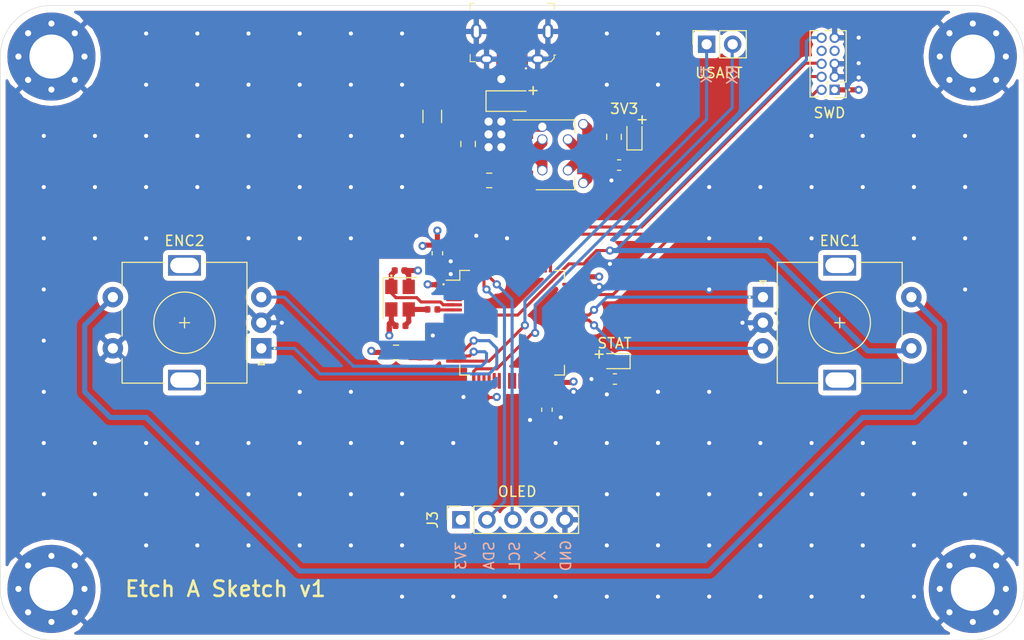
<source format=kicad_pcb>
(kicad_pcb (version 20171130) (host pcbnew "(5.1.5-0-10_14)")
  (layers (0 F.Cu signal) (1 In1.Cu power) (2 In2.Cu power) (31 B.Cu signal) (34 B.Paste user) (35 F.Paste user) (36 B.SilkS user) (37 F.SilkS user) (38 B.Mask user) (39 F.Mask user) (44 Edge.Cuts user))
  (net 0 "")
  (net 1 GND)
  (net 2 "Net-(C1-Pad1)")
  (net 3 +3V3)
  (net 4 +3.3VA)
  (net 5 "Net-(C11-Pad1)")
  (net 6 HSE_IN)
  (net 7 "Net-(C13-Pad1)")
  (net 8 "Net-(D1-Pad1)")
  (net 9 VCC)
  (net 10 "Net-(D2-Pad1)")
  (net 11 "Net-(D3-Pad2)")
  (net 12 "Net-(D3-Pad1)")
  (net 13 "Net-(F1-Pad2)")
  (net 14 USART2_TX)
  (net 15 USART2_RX)
  (net 16 SWDIO)
  (net 17 SWCLK)
  (net 18 SWO)
  (net 19 "Net-(J2-Pad7)")
  (net 20 "Net-(J2-Pad8)")
  (net 21 NRST)
  (net 22 OLED_SDA)
  (net 23 OLED_SCL)
  (net 24 "Net-(J3-Pad4)")
  (net 25 "Net-(J4-Pad2)")
  (net 26 "Net-(J4-Pad3)")
  (net 27 BOOT0)
  (net 28 BOOT1)
  (net 29 HSE_OUT)
  (net 30 "Net-(SW1-PadS2)")
  (net 31 ENC1_B)
  (net 32 ENC1_A)
  (net 33 ENC2_A)
  (net 34 ENC2_B)
  (net 35 "Net-(U2-Pad2)")
  (net 36 "Net-(U2-Pad3)")
  (net 37 "Net-(U2-Pad4)")
  (net 38 "Net-(U2-Pad8)")
  (net 39 "Net-(U2-Pad9)")
  (net 40 "Net-(U2-Pad10)")
  (net 41 "Net-(U2-Pad11)")
  (net 42 "Net-(U2-Pad20)")
  (net 43 "Net-(U2-Pad21)")
  (net 44 "Net-(U2-Pad22)")
  (net 45 "Net-(U2-Pad23)")
  (net 46 "Net-(U2-Pad24)")
  (net 47 "Net-(U2-Pad25)")
  (net 48 "Net-(U2-Pad26)")
  (net 49 "Net-(U2-Pad27)")
  (net 50 "Net-(U2-Pad29)")
  (net 51 "Net-(U2-Pad34)")
  (net 52 "Net-(U2-Pad35)")
  (net 53 "Net-(U2-Pad36)")
  (net 54 "Net-(U2-Pad39)")
  (net 55 "Net-(U2-Pad40)")
  (net 56 "Net-(U2-Pad43)")
  (net 57 "Net-(U2-Pad44)")
  (net 58 "Net-(U2-Pad45)")
  (net 59 "Net-(U2-Pad50)")
  (net 60 "Net-(U2-Pad51)")
  (net 61 "Net-(U2-Pad52)")
  (net 62 "Net-(U2-Pad53)")
  (net 63 "Net-(U2-Pad54)")
  (net 64 "Net-(U2-Pad56)")
  (net 65 "Net-(U2-Pad57)")
  (net 66 "Net-(U2-Pad58)")
  (net 67 "Net-(U2-Pad59)")
  (net 68 "Net-(U2-Pad37)")
  (net 69 "Net-(U2-Pad38)")
  (module Connector_PinHeader_1.27mm:PinHeader_2x05_P1.27mm_Vertical (layer F.Cu) (at 101.5 28.25 180)
    (fp_text reference J2)
    (fp_text value Conn_02x05_Odd_Even)
    (pad 10 thru_hole oval (at 1.27 5.08 180) (size 1 1) (drill 0.65) (layers *.Cu *.Mask) (net 21 NRST))
    (pad 9 thru_hole oval (at 0 5.08 180) (size 1 1) (drill 0.65) (layers *.Cu *.Mask) (net 1 GND))
    (pad 8 thru_hole oval (at 1.27 3.81 180) (size 1 1) (drill 0.65) (layers *.Cu *.Mask) (net 20 "Net-(J2-Pad8)"))
    (pad 7 thru_hole oval (at 0 3.81 180) (size 1 1) (drill 0.65) (layers *.Cu *.Mask) (net 19 "Net-(J2-Pad7)"))
    (pad 6 thru_hole oval (at 1.27 2.54 180) (size 1 1) (drill 0.65) (layers *.Cu *.Mask) (net 18 SWO))
    (pad 5 thru_hole oval (at 0 2.54 180) (size 1 1) (drill 0.65) (layers *.Cu *.Mask) (net 1 GND))
    (pad 4 thru_hole oval (at 1.27 1.27 180) (size 1 1) (drill 0.65) (layers *.Cu *.Mask) (net 17 SWCLK))
    (pad 3 thru_hole oval (at 0 1.27 180) (size 1 1) (drill 0.65) (layers *.Cu *.Mask) (net 1 GND))
    (pad 2 thru_hole oval (at 1.27 0 180) (size 1 1) (drill 0.65) (layers *.Cu *.Mask) (net 16 SWDIO))
    (pad 1 thru_hole rect (at 0 0 180) (size 1 1) (drill 0.65) (layers *.Cu *.Mask) (net 3 +3V3))
  )
  (module Package_QFP:LQFP-64_10x10mm_P0.5mm (layer F.Cu) (at 70 51)
    (fp_text reference U2)
    (fp_text value STM32F401RET6)
    (pad 1 smd roundrect (at -5.675 -3.75) (size 1.55 0.3) (layers F.Cu F.Paste F.Mask) (net 3 +3V3))
    (pad 2 smd roundrect (at -5.675 -3.25) (size 1.55 0.3) (layers F.Cu F.Paste F.Mask) (net 35 "Net-(U2-Pad2)"))
    (pad 3 smd roundrect (at -5.675 -2.75) (size 1.55 0.3) (layers F.Cu F.Paste F.Mask) (net 36 "Net-(U2-Pad3)"))
    (pad 4 smd roundrect (at -5.675 -2.25) (size 1.55 0.3) (layers F.Cu F.Paste F.Mask) (net 37 "Net-(U2-Pad4)"))
    (pad 5 smd roundrect (at -5.675 -1.75) (size 1.55 0.3) (layers F.Cu F.Paste F.Mask) (net 6 HSE_IN))
    (pad 6 smd roundrect (at -5.675 -1.25) (size 1.55 0.3) (layers F.Cu F.Paste F.Mask) (net 29 HSE_OUT))
    (pad 7 smd roundrect (at -5.675 -0.75) (size 1.55 0.3) (layers F.Cu F.Paste F.Mask) (net 21 NRST))
    (pad 8 smd roundrect (at -5.675 -0.25) (size 1.55 0.3) (layers F.Cu F.Paste F.Mask) (net 38 "Net-(U2-Pad8)"))
    (pad 9 smd roundrect (at -5.675 0.25) (size 1.55 0.3) (layers F.Cu F.Paste F.Mask) (net 39 "Net-(U2-Pad9)"))
    (pad 10 smd roundrect (at -5.675 0.75) (size 1.55 0.3) (layers F.Cu F.Paste F.Mask) (net 40 "Net-(U2-Pad10)"))
    (pad 11 smd roundrect (at -5.675 1.25) (size 1.55 0.3) (layers F.Cu F.Paste F.Mask) (net 41 "Net-(U2-Pad11)"))
    (pad 12 smd roundrect (at -5.675 1.75) (size 1.55 0.3) (layers F.Cu F.Paste F.Mask) (net 1 GND))
    (pad 13 smd roundrect (at -5.675 2.25) (size 1.55 0.3) (layers F.Cu F.Paste F.Mask) (net 4 +3.3VA))
    (pad 14 smd roundrect (at -5.675 2.75) (size 1.55 0.3) (layers F.Cu F.Paste F.Mask) (net 33 ENC2_A))
    (pad 15 smd roundrect (at -5.675 3.25) (size 1.55 0.3) (layers F.Cu F.Paste F.Mask) (net 34 ENC2_B))
    (pad 16 smd roundrect (at -5.675 3.75) (size 1.55 0.3) (layers F.Cu F.Paste F.Mask) (net 14 USART2_TX))
    (pad 17 smd roundrect (at -3.75 5.675) (size 0.3 1.55) (layers F.Cu F.Paste F.Mask) (net 15 USART2_RX))
    (pad 18 smd roundrect (at -3.25 5.675) (size 0.3 1.55) (layers F.Cu F.Paste F.Mask) (net 1 GND))
    (pad 19 smd roundrect (at -2.75 5.675) (size 0.3 1.55) (layers F.Cu F.Paste F.Mask) (net 3 +3V3))
    (pad 20 smd roundrect (at -2.25 5.675) (size 0.3 1.55) (layers F.Cu F.Paste F.Mask) (net 42 "Net-(U2-Pad20)"))
    (pad 21 smd roundrect (at -1.75 5.675) (size 0.3 1.55) (layers F.Cu F.Paste F.Mask) (net 43 "Net-(U2-Pad21)"))
    (pad 22 smd roundrect (at -1.25 5.675) (size 0.3 1.55) (layers F.Cu F.Paste F.Mask) (net 44 "Net-(U2-Pad22)"))
    (pad 23 smd roundrect (at -0.75 5.675) (size 0.3 1.55) (layers F.Cu F.Paste F.Mask) (net 45 "Net-(U2-Pad23)"))
    (pad 24 smd roundrect (at -0.25 5.675) (size 0.3 1.55) (layers F.Cu F.Paste F.Mask) (net 46 "Net-(U2-Pad24)"))
    (pad 25 smd roundrect (at 0.25 5.675) (size 0.3 1.55) (layers F.Cu F.Paste F.Mask) (net 47 "Net-(U2-Pad25)"))
    (pad 26 smd roundrect (at 0.75 5.675) (size 0.3 1.55) (layers F.Cu F.Paste F.Mask) (net 48 "Net-(U2-Pad26)"))
    (pad 27 smd roundrect (at 1.25 5.675) (size 0.3 1.55) (layers F.Cu F.Paste F.Mask) (net 49 "Net-(U2-Pad27)"))
    (pad 28 smd roundrect (at 1.75 5.675) (size 0.3 1.55) (layers F.Cu F.Paste F.Mask) (net 28 BOOT1))
    (pad 29 smd roundrect (at 2.25 5.675) (size 0.3 1.55) (layers F.Cu F.Paste F.Mask) (net 50 "Net-(U2-Pad29)"))
    (pad 30 smd roundrect (at 2.75 5.675) (size 0.3 1.55) (layers F.Cu F.Paste F.Mask) (net 5 "Net-(C11-Pad1)"))
    (pad 31 smd roundrect (at 3.25 5.675) (size 0.3 1.55) (layers F.Cu F.Paste F.Mask) (net 1 GND))
    (pad 32 smd roundrect (at 3.75 5.675) (size 0.3 1.55) (layers F.Cu F.Paste F.Mask) (net 3 +3V3))
    (pad 33 smd roundrect (at 5.675 3.75) (size 1.55 0.3) (layers F.Cu F.Paste F.Mask) (net 11 "Net-(D3-Pad2)"))
    (pad 34 smd roundrect (at 5.675 3.25) (size 1.55 0.3) (layers F.Cu F.Paste F.Mask) (net 51 "Net-(U2-Pad34)"))
    (pad 35 smd roundrect (at 5.675 2.75) (size 1.55 0.3) (layers F.Cu F.Paste F.Mask) (net 52 "Net-(U2-Pad35)"))
    (pad 36 smd roundrect (at 5.675 2.25) (size 1.55 0.3) (layers F.Cu F.Paste F.Mask) (net 53 "Net-(U2-Pad36)"))
    (pad 37 smd roundrect (at 5.675 1.75) (size 1.55 0.3) (layers F.Cu F.Paste F.Mask) (net 68 "Net-(U2-Pad37)"))
    (pad 38 smd roundrect (at 5.675 1.25) (size 1.55 0.3) (layers F.Cu F.Paste F.Mask) (net 69 "Net-(U2-Pad38)"))
    (pad 39 smd roundrect (at 5.675 0.75) (size 1.55 0.3) (layers F.Cu F.Paste F.Mask) (net 54 "Net-(U2-Pad39)"))
    (pad 40 smd roundrect (at 5.675 0.25) (size 1.55 0.3) (layers F.Cu F.Paste F.Mask) (net 55 "Net-(U2-Pad40)"))
    (pad 41 smd roundrect (at 5.675 -0.25) (size 1.55 0.3) (layers F.Cu F.Paste F.Mask) (net 31 ENC1_B))
    (pad 42 smd roundrect (at 5.675 -0.75) (size 1.55 0.3) (layers F.Cu F.Paste F.Mask) (net 32 ENC1_A))
    (pad 43 smd roundrect (at 5.675 -1.25) (size 1.55 0.3) (layers F.Cu F.Paste F.Mask) (net 56 "Net-(U2-Pad43)"))
    (pad 44 smd roundrect (at 5.675 -1.75) (size 1.55 0.3) (layers F.Cu F.Paste F.Mask) (net 57 "Net-(U2-Pad44)"))
    (pad 45 smd roundrect (at 5.675 -2.25) (size 1.55 0.3) (layers F.Cu F.Paste F.Mask) (net 58 "Net-(U2-Pad45)"))
    (pad 46 smd roundrect (at 5.675 -2.75) (size 1.55 0.3) (layers F.Cu F.Paste F.Mask) (net 16 SWDIO))
    (pad 47 smd roundrect (at 5.675 -3.25) (size 1.55 0.3) (layers F.Cu F.Paste F.Mask) (net 1 GND))
    (pad 48 smd roundrect (at 5.675 -3.75) (size 1.55 0.3) (layers F.Cu F.Paste F.Mask) (net 3 +3V3))
    (pad 49 smd roundrect (at 3.75 -5.675) (size 0.3 1.55) (layers F.Cu F.Paste F.Mask) (net 17 SWCLK))
    (pad 50 smd roundrect (at 3.25 -5.675) (size 0.3 1.55) (layers F.Cu F.Paste F.Mask) (net 59 "Net-(U2-Pad50)"))
    (pad 51 smd roundrect (at 2.75 -5.675) (size 0.3 1.55) (layers F.Cu F.Paste F.Mask) (net 60 "Net-(U2-Pad51)"))
    (pad 52 smd roundrect (at 2.25 -5.675) (size 0.3 1.55) (layers F.Cu F.Paste F.Mask) (net 61 "Net-(U2-Pad52)"))
    (pad 53 smd roundrect (at 1.75 -5.675) (size 0.3 1.55) (layers F.Cu F.Paste F.Mask) (net 62 "Net-(U2-Pad53)"))
    (pad 54 smd roundrect (at 1.25 -5.675) (size 0.3 1.55) (layers F.Cu F.Paste F.Mask) (net 63 "Net-(U2-Pad54)"))
    (pad 55 smd roundrect (at 0.75 -5.675) (size 0.3 1.55) (layers F.Cu F.Paste F.Mask) (net 18 SWO))
    (pad 56 smd roundrect (at 0.25 -5.675) (size 0.3 1.55) (layers F.Cu F.Paste F.Mask) (net 64 "Net-(U2-Pad56)"))
    (pad 57 smd roundrect (at -0.25 -5.675) (size 0.3 1.55) (layers F.Cu F.Paste F.Mask) (net 65 "Net-(U2-Pad57)"))
    (pad 58 smd roundrect (at -0.75 -5.675) (size 0.3 1.55) (layers F.Cu F.Paste F.Mask) (net 66 "Net-(U2-Pad58)"))
    (pad 59 smd roundrect (at -1.25 -5.675) (size 0.3 1.55) (layers F.Cu F.Paste F.Mask) (net 67 "Net-(U2-Pad59)"))
    (pad 60 smd roundrect (at -1.75 -5.675) (size 0.3 1.55) (layers F.Cu F.Paste F.Mask) (net 27 BOOT0))
    (pad 61 smd roundrect (at -2.25 -5.675) (size 0.3 1.55) (layers F.Cu F.Paste F.Mask) (net 23 OLED_SCL))
    (pad 62 smd roundrect (at -2.75 -5.675) (size 0.3 1.55) (layers F.Cu F.Paste F.Mask) (net 22 OLED_SDA))
    (pad 63 smd roundrect (at -3.25 -5.675) (size 0.3 1.55) (layers F.Cu F.Paste F.Mask) (net 1 GND))
    (pad 64 smd roundrect (at -3.75 -5.675) (size 0.3 1.55) (layers F.Cu F.Paste F.Mask) (net 3 +3V3))
  )
  (module Connector_PinSocket_2.54mm:PinSocket_1x05_P2.54mm_Vertical (layer F.Cu) (at 65 70.25 90)
    (fp_text reference J3 (at 0 -2.77 90) (layer F.SilkS))
    (fp_text value OLED)
    (pad 5 thru_hole oval (at 0 10.16 90) (size 1.7 1.7) (drill 1) (layers *.Cu *.Mask) (net 1 GND))
    (pad 4 thru_hole oval (at 0 7.62 90) (size 1.7 1.7) (drill 1) (layers *.Cu *.Mask) (net 24 "Net-(J3-Pad4)"))
    (pad 3 thru_hole oval (at 0 5.08 90) (size 1.7 1.7) (drill 1) (layers *.Cu *.Mask) (net 23 OLED_SCL))
    (pad 2 thru_hole oval (at 0 2.54 90) (size 1.7 1.7) (drill 1) (layers *.Cu *.Mask) (net 22 OLED_SDA))
    (pad 1 thru_hole rect (at 0 0 90) (size 1.7 1.7) (drill 1) (layers *.Cu *.Mask) (net 3 +3V3))
  )
  (module Capacitor_SMD:C_0805_2012Metric (layer F.Cu) (at 65.7 33.5375 90)
    (fp_text reference C1)
    (fp_text value 10uF)
    (pad 1 smd roundrect (at -0.9375 0 90) (size 0.975 1.4) (layers F.Cu F.Paste F.Mask) (net 2 "Net-(C1-Pad1)"))
    (pad 2 smd roundrect (at 0.9375 0 90) (size 0.975 1.4) (layers F.Cu F.Paste F.Mask) (net 1 GND))
  )
  (module Capacitor_SMD:C_0805_2012Metric (layer F.Cu) (at 79.95 32.85 270)
    (fp_text reference C2)
    (fp_text value 10uF)
    (pad 2 smd roundrect (at 0.9375 0 270) (size 0.975 1.4) (layers F.Cu F.Paste F.Mask) (net 1 GND))
    (pad 1 smd roundrect (at -0.9375 0 270) (size 0.975 1.4) (layers F.Cu F.Paste F.Mask) (net 3 +3V3))
  )
  (module Capacitor_SMD:C_0603_1608Metric (layer F.Cu) (at 62.7 44.2125 270)
    (fp_text reference C3)
    (fp_text value 10uF)
    (pad 1 smd roundrect (at -0.7875 0 270) (size 0.875 0.95) (layers F.Cu F.Paste F.Mask) (net 3 +3V3))
    (pad 2 smd roundrect (at 0.7875 0 270) (size 0.875 0.95) (layers F.Cu F.Paste F.Mask) (net 1 GND))
  )
  (module Capacitor_SMD:C_0402_1005Metric (layer F.Cu) (at 67.015 58.3 180)
    (fp_text reference C4)
    (fp_text value 100nF)
    (pad 1 smd roundrect (at -0.485 0 180) (size 0.59 0.64) (layers F.Cu F.Paste F.Mask) (net 3 +3V3))
    (pad 2 smd roundrect (at 0.485 0 180) (size 0.59 0.64) (layers F.Cu F.Paste F.Mask) (net 1 GND))
  )
  (module Capacitor_SMD:C_0402_1005Metric (layer F.Cu) (at 74.8 57.315 270)
    (fp_text reference C5)
    (fp_text value 100nF)
    (pad 2 smd roundrect (at 0.485 0 270) (size 0.59 0.64) (layers F.Cu F.Paste F.Mask) (net 1 GND))
    (pad 1 smd roundrect (at -0.485 0 270) (size 0.59 0.64) (layers F.Cu F.Paste F.Mask) (net 3 +3V3))
  )
  (module Capacitor_SMD:C_0402_1005Metric (layer F.Cu) (at 77.3 47 270)
    (fp_text reference C6)
    (fp_text value 100nF)
    (pad 1 smd roundrect (at -0.485 0 270) (size 0.59 0.64) (layers F.Cu F.Paste F.Mask) (net 3 +3V3))
    (pad 2 smd roundrect (at 0.485 0 270) (size 0.59 0.64) (layers F.Cu F.Paste F.Mask) (net 1 GND))
  )
  (module Capacitor_SMD:C_0402_1005Metric (layer F.Cu) (at 62.7 46.8 90)
    (fp_text reference C7)
    (fp_text value 100nF)
    (pad 2 smd roundrect (at 0.485 0 90) (size 0.59 0.64) (layers F.Cu F.Paste F.Mask) (net 1 GND))
    (pad 1 smd roundrect (at -0.485 0 90) (size 0.59 0.64) (layers F.Cu F.Paste F.Mask) (net 3 +3V3))
  )
  (module Capacitor_SMD:C_0402_1005Metric (layer F.Cu) (at 66 43.7)
    (fp_text reference C8)
    (fp_text value 100nF)
    (pad 1 smd roundrect (at -0.485 0) (size 0.59 0.64) (layers F.Cu F.Paste F.Mask) (net 3 +3V3))
    (pad 2 smd roundrect (at 0.485 0) (size 0.59 0.64) (layers F.Cu F.Paste F.Mask) (net 1 GND))
  )
  (module Capacitor_SMD:C_0402_1005Metric (layer F.Cu) (at 62 53.9 90)
    (fp_text reference C9)
    (fp_text value 100nF)
    (pad 1 smd roundrect (at -0.485 0 90) (size 0.59 0.64) (layers F.Cu F.Paste F.Mask) (net 4 +3.3VA))
    (pad 2 smd roundrect (at 0.485 0 90) (size 0.59 0.64) (layers F.Cu F.Paste F.Mask) (net 1 GND))
  )
  (module Capacitor_SMD:C_0402_1005Metric (layer F.Cu) (at 61 53.9 90)
    (fp_text reference C10)
    (fp_text value 1uF)
    (pad 2 smd roundrect (at 0.485 0 90) (size 0.59 0.64) (layers F.Cu F.Paste F.Mask) (net 1 GND))
    (pad 1 smd roundrect (at -0.485 0 90) (size 0.59 0.64) (layers F.Cu F.Paste F.Mask) (net 4 +3.3VA))
  )
  (module Capacitor_SMD:C_0603_1608Metric (layer F.Cu) (at 73.4 59.5 270)
    (fp_text reference C11)
    (fp_text value 4.7uF)
    (pad 2 smd roundrect (at 0.7875 0 270) (size 0.875 0.95) (layers F.Cu F.Paste F.Mask) (net 1 GND))
    (pad 1 smd roundrect (at -0.7875 0 270) (size 0.875 0.95) (layers F.Cu F.Paste F.Mask) (net 5 "Net-(C11-Pad1)"))
  )
  (module Capacitor_SMD:C_0402_1005Metric (layer F.Cu) (at 59.015 45.9)
    (fp_text reference C12)
    (fp_text value 12pF)
    (pad 1 smd roundrect (at -0.485 0) (size 0.59 0.64) (layers F.Cu F.Paste F.Mask) (net 6 HSE_IN))
    (pad 2 smd roundrect (at 0.485 0) (size 0.59 0.64) (layers F.Cu F.Paste F.Mask) (net 1 GND))
  )
  (module Capacitor_SMD:C_0402_1005Metric (layer F.Cu) (at 59.1 51.3 180)
    (fp_text reference C13)
    (fp_text value 12pF)
    (pad 2 smd roundrect (at 0.485 0 180) (size 0.59 0.64) (layers F.Cu F.Paste F.Mask) (net 1 GND))
    (pad 1 smd roundrect (at -0.485 0 180) (size 0.59 0.64) (layers F.Cu F.Paste F.Mask) (net 7 "Net-(C13-Pad1)"))
  )
  (module Diode_SMD:D_SOD-123 (layer F.Cu) (at 69.7 29.35)
    (fp_text reference D1)
    (fp_text value B5819W)
    (pad 1 smd rect (at -1.65 0) (size 0.9 1.2) (layers F.Cu F.Paste F.Mask) (net 8 "Net-(D1-Pad1)"))
    (pad 2 smd rect (at 1.65 0) (size 0.9 1.2) (layers F.Cu F.Paste F.Mask) (net 9 VCC))
  )
  (module LED_SMD:LED_0603_1608Metric (layer F.Cu) (at 81.95 32.6375 90)
    (fp_text reference D2)
    (fp_text value Red)
    (pad 2 smd roundrect (at 0.7875 0 90) (size 0.875 0.95) (layers F.Cu F.Paste F.Mask) (net 3 +3V3))
    (pad 1 smd roundrect (at -0.7875 0 90) (size 0.875 0.95) (layers F.Cu F.Paste F.Mask) (net 10 "Net-(D2-Pad1)"))
  )
  (module LED_SMD:LED_0603_1608Metric (layer F.Cu) (at 80.0375 54.75 180)
    (fp_text reference D3)
    (fp_text value Red)
    (pad 2 smd roundrect (at 0.7875 0 180) (size 0.875 0.95) (layers F.Cu F.Paste F.Mask) (net 11 "Net-(D3-Pad2)"))
    (pad 1 smd roundrect (at -0.7875 0 180) (size 0.875 0.95) (layers F.Cu F.Paste F.Mask) (net 12 "Net-(D3-Pad1)"))
  )
  (module Fuse:Fuse_1206_3216Metric (layer F.Cu) (at 62.2 30.85 270)
    (fp_text reference F1)
    (fp_text value 500mA)
    (pad 1 smd roundrect (at -1.4 0 270) (size 1.25 1.75) (layers F.Cu F.Paste F.Mask) (roundrect_rratio 0.2) (net 8 "Net-(D1-Pad1)"))
    (pad 2 smd roundrect (at 1.4 0 270) (size 1.25 1.75) (layers F.Cu F.Paste F.Mask) (roundrect_rratio 0.2) (net 13 "Net-(F1-Pad2)"))
  )
  (module Inductor_SMD:L_0805_2012Metric (layer F.Cu) (at 67.7625 37.1 180)
    (fp_text reference FB1)
    (fp_text value "100 @ 100MHz")
    (pad 2 smd roundrect (at 0.9375 0 180) (size 0.975 1.4) (layers F.Cu F.Paste F.Mask) (net 13 "Net-(F1-Pad2)"))
    (pad 1 smd roundrect (at -0.9375 0 180) (size 0.975 1.4) (layers F.Cu F.Paste F.Mask) (net 2 "Net-(C1-Pad1)"))
  )
  (module Inductor_SMD:L_0805_2012Metric (layer F.Cu) (at 58.6625 53.9 180)
    (fp_text reference FB2)
    (fp_text value "100 @ 100MHz")
    (pad 2 smd roundrect (at 0.9375 0 180) (size 0.975 1.4) (layers F.Cu F.Paste F.Mask) (net 3 +3V3))
    (pad 1 smd roundrect (at -0.9375 0 180) (size 0.975 1.4) (layers F.Cu F.Paste F.Mask) (net 4 +3.3VA))
  )
  (module MountingHole:MountingHole_4.3mm_M4_Pad_Via (layer F.Cu) (at 25 25)
    (fp_text reference H1)
    (fp_text value MountingHole_Pad)
    (pad 1 thru_hole circle (at 0 0) (size 8.6 8.6) (drill 4.3) (layers *.Cu *.Mask) (net 1 GND))
    (pad 1 thru_hole circle (at 3.225 0) (size 0.9 0.9) (drill 0.6) (layers *.Cu *.Mask) (net 1 GND))
    (pad 1 thru_hole circle (at 2.280419 2.280419) (size 0.9 0.9) (drill 0.6) (layers *.Cu *.Mask) (net 1 GND))
    (pad 1 thru_hole circle (at 0 3.225) (size 0.9 0.9) (drill 0.6) (layers *.Cu *.Mask) (net 1 GND))
    (pad 1 thru_hole circle (at -2.280419 2.280419) (size 0.9 0.9) (drill 0.6) (layers *.Cu *.Mask) (net 1 GND))
    (pad 1 thru_hole circle (at -3.225 0) (size 0.9 0.9) (drill 0.6) (layers *.Cu *.Mask) (net 1 GND))
    (pad 1 thru_hole circle (at -2.280419 -2.280419) (size 0.9 0.9) (drill 0.6) (layers *.Cu *.Mask) (net 1 GND))
    (pad 1 thru_hole circle (at 0 -3.225) (size 0.9 0.9) (drill 0.6) (layers *.Cu *.Mask) (net 1 GND))
    (pad 1 thru_hole circle (at 2.280419 -2.280419) (size 0.9 0.9) (drill 0.6) (layers *.Cu *.Mask) (net 1 GND))
  )
  (module MountingHole:MountingHole_4.3mm_M4_Pad_Via (layer F.Cu) (at 115 25)
    (fp_text reference H2)
    (fp_text value MountingHole_Pad)
    (pad 1 thru_hole circle (at 2.280419 -2.280419) (size 0.9 0.9) (drill 0.6) (layers *.Cu *.Mask) (net 1 GND))
    (pad 1 thru_hole circle (at 0 -3.225) (size 0.9 0.9) (drill 0.6) (layers *.Cu *.Mask) (net 1 GND))
    (pad 1 thru_hole circle (at -2.280419 -2.280419) (size 0.9 0.9) (drill 0.6) (layers *.Cu *.Mask) (net 1 GND))
    (pad 1 thru_hole circle (at -3.225 0) (size 0.9 0.9) (drill 0.6) (layers *.Cu *.Mask) (net 1 GND))
    (pad 1 thru_hole circle (at -2.280419 2.280419) (size 0.9 0.9) (drill 0.6) (layers *.Cu *.Mask) (net 1 GND))
    (pad 1 thru_hole circle (at 0 3.225) (size 0.9 0.9) (drill 0.6) (layers *.Cu *.Mask) (net 1 GND))
    (pad 1 thru_hole circle (at 2.280419 2.280419) (size 0.9 0.9) (drill 0.6) (layers *.Cu *.Mask) (net 1 GND))
    (pad 1 thru_hole circle (at 3.225 0) (size 0.9 0.9) (drill 0.6) (layers *.Cu *.Mask) (net 1 GND))
    (pad 1 thru_hole circle (at 0 0) (size 8.6 8.6) (drill 4.3) (layers *.Cu *.Mask) (net 1 GND))
  )
  (module MountingHole:MountingHole_4.3mm_M4_Pad_Via (layer F.Cu) (at 25 77)
    (fp_text reference H3)
    (fp_text value MountingHole_Pad)
    (pad 1 thru_hole circle (at 0 0) (size 8.6 8.6) (drill 4.3) (layers *.Cu *.Mask) (net 1 GND))
    (pad 1 thru_hole circle (at 3.225 0) (size 0.9 0.9) (drill 0.6) (layers *.Cu *.Mask) (net 1 GND))
    (pad 1 thru_hole circle (at 2.280419 2.280419) (size 0.9 0.9) (drill 0.6) (layers *.Cu *.Mask) (net 1 GND))
    (pad 1 thru_hole circle (at 0 3.225) (size 0.9 0.9) (drill 0.6) (layers *.Cu *.Mask) (net 1 GND))
    (pad 1 thru_hole circle (at -2.280419 2.280419) (size 0.9 0.9) (drill 0.6) (layers *.Cu *.Mask) (net 1 GND))
    (pad 1 thru_hole circle (at -3.225 0) (size 0.9 0.9) (drill 0.6) (layers *.Cu *.Mask) (net 1 GND))
    (pad 1 thru_hole circle (at -2.280419 -2.280419) (size 0.9 0.9) (drill 0.6) (layers *.Cu *.Mask) (net 1 GND))
    (pad 1 thru_hole circle (at 0 -3.225) (size 0.9 0.9) (drill 0.6) (layers *.Cu *.Mask) (net 1 GND))
    (pad 1 thru_hole circle (at 2.280419 -2.280419) (size 0.9 0.9) (drill 0.6) (layers *.Cu *.Mask) (net 1 GND))
  )
  (module MountingHole:MountingHole_4.3mm_M4_Pad_Via (layer F.Cu) (at 115 77)
    (fp_text reference H4)
    (fp_text value MountingHole_Pad)
    (pad 1 thru_hole circle (at 2.280419 -2.280419) (size 0.9 0.9) (drill 0.6) (layers *.Cu *.Mask) (net 1 GND))
    (pad 1 thru_hole circle (at 0 -3.225) (size 0.9 0.9) (drill 0.6) (layers *.Cu *.Mask) (net 1 GND))
    (pad 1 thru_hole circle (at -2.280419 -2.280419) (size 0.9 0.9) (drill 0.6) (layers *.Cu *.Mask) (net 1 GND))
    (pad 1 thru_hole circle (at -3.225 0) (size 0.9 0.9) (drill 0.6) (layers *.Cu *.Mask) (net 1 GND))
    (pad 1 thru_hole circle (at -2.280419 2.280419) (size 0.9 0.9) (drill 0.6) (layers *.Cu *.Mask) (net 1 GND))
    (pad 1 thru_hole circle (at 0 3.225) (size 0.9 0.9) (drill 0.6) (layers *.Cu *.Mask) (net 1 GND))
    (pad 1 thru_hole circle (at 2.280419 2.280419) (size 0.9 0.9) (drill 0.6) (layers *.Cu *.Mask) (net 1 GND))
    (pad 1 thru_hole circle (at 3.225 0) (size 0.9 0.9) (drill 0.6) (layers *.Cu *.Mask) (net 1 GND))
    (pad 1 thru_hole circle (at 0 0) (size 8.6 8.6) (drill 4.3) (layers *.Cu *.Mask) (net 1 GND))
  )
  (module Crystal:Crystal_SMD_3225-4Pin_3.2x2.5mm (layer F.Cu) (at 59.05 48.6 270)
    (fp_text reference HSE1)
    (fp_text value 16MHz)
    (pad 1 smd rect (at -1.1 0.85 270) (size 1.4 1.2) (layers F.Cu F.Paste F.Mask) (net 6 HSE_IN))
    (pad 2 smd rect (at 1.1 0.85 270) (size 1.4 1.2) (layers F.Cu F.Paste F.Mask) (net 1 GND))
    (pad 3 smd rect (at 1.1 -0.85 270) (size 1.4 1.2) (layers F.Cu F.Paste F.Mask) (net 7 "Net-(C13-Pad1)"))
    (pad 4 smd rect (at -1.1 -0.85 270) (size 1.4 1.2) (layers F.Cu F.Paste F.Mask) (net 1 GND))
  )
  (module Connector_PinSocket_2.54mm:PinSocket_1x02_P2.54mm_Vertical (layer F.Cu) (at 89 23.8 90)
    (fp_text reference J1)
    (fp_text value USART)
    (pad 1 thru_hole rect (at 0 0 90) (size 1.7 1.7) (drill 1) (layers *.Cu *.Mask) (net 14 USART2_TX))
    (pad 2 thru_hole oval (at 0 2.54 90) (size 1.7 1.7) (drill 1) (layers *.Cu *.Mask) (net 15 USART2_RX))
  )
  (module Resistor_SMD:R_0603_1608Metric (layer F.Cu) (at 80.45 35.6 180)
    (fp_text reference R1)
    (fp_text value 2k2)
    (pad 1 smd roundrect (at -0.7875 0 180) (size 0.875 0.95) (layers F.Cu F.Paste F.Mask) (net 10 "Net-(D2-Pad1)"))
    (pad 2 smd roundrect (at 0.7875 0 180) (size 0.875 0.95) (layers F.Cu F.Paste F.Mask) (net 1 GND))
  )
  (module Resistor_SMD:R_0402_1005Metric (layer F.Cu) (at 68.3 43.285 90)
    (fp_text reference R2)
    (fp_text value 10k)
    (pad 2 smd roundrect (at 0.485 0 90) (size 0.59 0.64) (layers F.Cu F.Paste F.Mask) (net 1 GND))
    (pad 1 smd roundrect (at -0.485 0 90) (size 0.59 0.64) (layers F.Cu F.Paste F.Mask) (net 27 BOOT0))
  )
  (module Resistor_SMD:R_0402_1005Metric (layer F.Cu) (at 71.8 58.885 270)
    (fp_text reference R3)
    (fp_text value 10k)
    (pad 1 smd roundrect (at -0.485 0 270) (size 0.59 0.64) (layers F.Cu F.Paste F.Mask) (net 28 BOOT1))
    (pad 2 smd roundrect (at 0.485 0 270) (size 0.59 0.64) (layers F.Cu F.Paste F.Mask) (net 1 GND))
  )
  (module Resistor_SMD:R_0402_1005Metric (layer F.Cu) (at 62.215 49.7 180)
    (fp_text reference R4)
    (fp_text value 220)
    (pad 1 smd roundrect (at -0.485 0 180) (size 0.59 0.64) (layers F.Cu F.Paste F.Mask) (net 29 HSE_OUT))
    (pad 2 smd roundrect (at 0.485 0 180) (size 0.59 0.64) (layers F.Cu F.Paste F.Mask) (net 7 "Net-(C13-Pad1)"))
  )
  (module Resistor_SMD:R_0603_1608Metric (layer F.Cu) (at 80.0375 56.5 180)
    (fp_text reference R5)
    (fp_text value 2k2)
    (pad 2 smd roundrect (at 0.7875 0 180) (size 0.875 0.95) (layers F.Cu F.Paste F.Mask) (net 1 GND))
    (pad 1 smd roundrect (at -0.7875 0 180) (size 0.875 0.95) (layers F.Cu F.Paste F.Mask) (net 12 "Net-(D3-Pad1)"))
  )
  (module Rotary_Encoder:RotaryEncoder_Alps_EC11E-Switch_Vertical_H20mm (layer F.Cu) (at 94.5 48.5)
    (fp_text reference SW1)
    (fp_text value "Encoder 1")
    (pad S1 thru_hole circle (at 14.5 5) (size 2 2) (drill 1) (layers *.Cu *.Mask) (net 21 NRST))
    (pad S2 thru_hole circle (at 14.5 0) (size 2 2) (drill 1) (layers *.Cu *.Mask) (net 30 "Net-(SW1-PadS2)"))
    (pad MP thru_hole rect (at 7.5 8.1) (size 3.2 2) (drill oval 2.8 1.5) (layers *.Cu *.Mask))
    (pad MP thru_hole rect (at 7.5 -3.1) (size 3.2 2) (drill oval 2.8 1.5) (layers *.Cu *.Mask))
    (pad B thru_hole circle (at 0 5) (size 2 2) (drill 1) (layers *.Cu *.Mask) (net 31 ENC1_B))
    (pad C thru_hole circle (at 0 2.5) (size 2 2) (drill 1) (layers *.Cu *.Mask) (net 1 GND))
    (pad A thru_hole rect (at 0 0) (size 2 2) (drill 1) (layers *.Cu *.Mask) (net 32 ENC1_A))
  )
  (module Rotary_Encoder:RotaryEncoder_Alps_EC11E-Switch_Vertical_H20mm (layer F.Cu) (at 45.5 53.5 180)
    (fp_text reference SW2)
    (fp_text value "Encoder 2")
    (pad S1 thru_hole circle (at 14.5 5 180) (size 2 2) (drill 1) (layers *.Cu *.Mask) (net 30 "Net-(SW1-PadS2)"))
    (pad S2 thru_hole circle (at 14.5 0 180) (size 2 2) (drill 1) (layers *.Cu *.Mask) (net 1 GND))
    (pad MP thru_hole rect (at 7.5 8.1 180) (size 3.2 2) (drill oval 2.8 1.5) (layers *.Cu *.Mask))
    (pad MP thru_hole rect (at 7.5 -3.1 180) (size 3.2 2) (drill oval 2.8 1.5) (layers *.Cu *.Mask))
    (pad B thru_hole circle (at 0 5 180) (size 2 2) (drill 1) (layers *.Cu *.Mask) (net 34 ENC2_B))
    (pad C thru_hole circle (at 0 2.5 180) (size 2 2) (drill 1) (layers *.Cu *.Mask) (net 1 GND))
    (pad A thru_hole rect (at 0 0 180) (size 2 2) (drill 1) (layers *.Cu *.Mask) (net 33 ENC2_A))
  )
  (module Package_TO_SOT_SMD:SOT-223-3_TabPin2 (layer F.Cu) (at 74.2 34.6)
    (fp_text reference U1)
    (fp_text value AMS1117-3.3)
    (pad 1 smd rect (at -3.15 -2.3) (size 2 1.5) (layers F.Cu F.Paste F.Mask) (net 1 GND))
    (pad 3 smd rect (at -3.15 2.3) (size 2 1.5) (layers F.Cu F.Paste F.Mask) (net 2 "Net-(C1-Pad1)"))
    (pad 2 smd rect (at -3.15 0) (size 2 1.5) (layers F.Cu F.Paste F.Mask) (net 3 +3V3))
    (pad 2 smd rect (at 3.15 0) (size 2 3.8) (layers F.Cu F.Paste F.Mask) (net 3 +3V3))
  )
  (module digikey-footprints:USB_Micro_B_Female_10118194-0001LF (layer F.Cu) (at 70 25.25 180)
    (fp_text reference J4)
    (fp_text value "Micro USB B")
    (pad 3 smd rect (at 0 0 180) (size 0.4 1.35) (layers F.Cu F.Paste F.Mask) (net 26 "Net-(J4-Pad3)"))
    (pad 4 smd rect (at 0.65 0 180) (size 0.4 1.35) (layers F.Cu F.Paste F.Mask) (net 1 GND))
    (pad 5 smd rect (at 1.3 0 180) (size 0.4 1.35) (layers F.Cu F.Paste F.Mask) (net 1 GND))
    (pad 2 smd rect (at -0.65 0 180) (size 0.4 1.35) (layers F.Cu F.Paste F.Mask) (net 25 "Net-(J4-Pad2)"))
    (pad 1 smd rect (at -1.3 0 180) (size 0.4 1.35) (layers F.Cu F.Paste F.Mask) (net 9 VCC))
    (pad SH thru_hole oval (at 2.5 0 180) (size 1.25 0.95) (drill oval 0.85 0.55) (layers *.Cu *.Mask) (net 1 GND))
    (pad SH thru_hole oval (at -2.5 0 180) (size 1.25 0.95) (drill oval 0.85 0.55) (layers *.Cu *.Mask) (net 1 GND))
    (pad SH thru_hole oval (at -3.5 2.7 180) (size 1 1.55) (drill oval 0.5 1.15) (layers *.Cu *.Mask) (net 1 GND))
    (pad SH thru_hole oval (at 3.5 2.7 180) (size 1 1.55) (drill oval 0.5 1.15) (layers *.Cu *.Mask) (net 1 GND))
  )
  (module Capacitor_SMD:C_0402_1005Metric (layer F.Cu) (at 77.75 45.25)
    (fp_text reference C14)
    (fp_text value 100nF)
    (pad 1 smd roundrect (at -0.485 0) (size 0.59 0.64) (layers F.Cu F.Paste F.Mask) (net 21 NRST))
    (pad 2 smd roundrect (at 0.485 0) (size 0.59 0.64) (layers F.Cu F.Paste F.Mask) (net 1 GND))
  )
  (gr_text + (at 72.05 28.25) (layer F.SilkS) (effects (font (size 1 1))))
  (gr_text "Etch A Sketch v1" (at 42 77) (layer F.SilkS) (effects (font (size 1.5 1.5) (thickness 0.25))))
  (gr_circle (center 46.8 53.5) (end 46.8 53.5) (layer F.SilkS) (width 0.12))
  (gr_circle (center 93.2 48.5) (end 93.2 48.5) (layer F.SilkS) (width 0.12))
  (gr_circle (center 71.35 26.15) (end 71.35 26.15) (layer F.SilkS) (width 0.12))
  (gr_circle (center 102.95 28.25) (end 102.95 28.25) (layer F.SilkS) (width 0.12))
  (gr_circle (center 58.2 46.4) (end 58.2 46.4) (layer F.SilkS) (width 0.12))
  (gr_circle (center 63.3 47.25) (end 63.3 47.25) (layer F.SilkS) (width 0.12))
  (gr_text + (at 82.7 31.1) (layer F.SilkS) (effects (font (size 1 1))))
  (gr_text + (at 78.5 54) (layer F.SilkS) (effects (font (size 1 1))))
  (gr_text STAT (at 80 53) (layer F.SilkS) (effects (font (size 1 1))))
  (gr_text 3V3 (at 80.95 30.1) (layer F.SilkS) (effects (font (size 1 1))))
  (gr_text GND (at 75.25 73.75 90) (layer B.SilkS) (effects (font (size 1 1)) (justify mirror)))
  (gr_text X (at 72.75 73.75 90) (layer B.SilkS) (effects (font (size 1 1)) (justify mirror)))
  (gr_text SCL (at 70.25 73.75 90) (layer B.SilkS) (effects (font (size 1 1)) (justify mirror)))
  (gr_text SDA (at 67.75 73.75 90) (layer B.SilkS) (effects (font (size 1 1)) (justify mirror)))
  (gr_text 3V3 (at 65 73.75 90) (layer B.SilkS) (effects (font (size 1 1)) (justify mirror)))
  (gr_text RX (at 91.5 26.75 90) (layer B.SilkS) (effects (font (size 1 1)) (justify mirror)))
  (gr_text TX (at 89 26.75 90) (layer B.SilkS) (effects (font (size 1 1)) (justify mirror)))
  (gr_text SWD (at 101 30.5) (layer F.SilkS) (effects (font (size 1 1))))
  (gr_text USART (at 90.2 26.6) (layer F.SilkS) (effects (font (size 1 1))))
  (gr_text ENC1 (at 102 43) (layer F.SilkS) (effects (font (size 1 1))))
  (gr_text ENC2 (at 38 43) (layer F.SilkS) (effects (font (size 1 1))))
  (gr_text OLED (at 70.5 67.5) (layer F.SilkS) (effects (font (size 1 1))))
  (gr_arc (start 115 77) (end 115 82) (angle -90) (layer Edge.Cuts) (width 0.05))
  (gr_arc (start 115 25) (end 120 25) (angle -90) (layer Edge.Cuts) (width 0.05))
  (gr_arc (start 25 77) (end 20 77) (angle -90) (layer Edge.Cuts) (width 0.05))
  (gr_line (start 25 20) (end 115 20) (layer Edge.Cuts) (width 0.05))
  (gr_arc (start 25 25) (end 25 20) (angle -90) (layer Edge.Cuts) (width 0.05))
  (gr_line (start 20 77) (end 20 25) (layer Edge.Cuts) (width 0.05))
  (gr_line (start 115 82) (end 25 82) (layer Edge.Cuts) (width 0.05))
  (gr_line (start 120 25) (end 120 77) (layer Edge.Cuts) (width 0.05))
  (via (at 60.8 45.9) (size 0.8) (drill 0.4) (layers F.Cu B.Cu) (net 1))
  (segment (start 60.5 45.9) (end 59.4 45.9) (width 0.5) (layer F.Cu) (net 1))
  (segment (start 59.9 46.3) (end 59.6 46) (width 0.5) (layer F.Cu) (net 1))
  (segment (start 59.9 47.5) (end 59.9 46.3) (width 0.5) (layer F.Cu) (net 1))
  (segment (start 58.2 50.9) (end 58.5 51.2) (width 0.5) (layer F.Cu) (net 1))
  (segment (start 58.2 49.7) (end 58.2 50.9) (width 0.5) (layer F.Cu) (net 1))
  (segment (start 66.485 44.02) (end 66.74999 44.28499) (width 0.3) (layer F.Cu) (net 1))
  (segment (start 66.485 43.7) (end 66.485 44.02) (width 0.3) (layer F.Cu) (net 1))
  (segment (start 66.74999 44.28499) (end 66.74999 44.448952) (width 0.3) (layer F.Cu) (net 1))
  (segment (start 66.74999 44.448952) (end 66.74999 44.6) (width 0.3) (layer F.Cu) (net 1))
  (segment (start 62.32 53.415) (end 62.98501 52.74999) (width 0.3) (layer F.Cu) (net 1))
  (segment (start 62 53.415) (end 62.32 53.415) (width 0.3) (layer F.Cu) (net 1))
  (segment (start 62.98501 52.74999) (end 63.448952 52.74999) (width 0.3) (layer F.Cu) (net 1))
  (segment (start 63.448952 52.74999) (end 63.6 52.74999) (width 0.3) (layer F.Cu) (net 1))
  (segment (start 62.085 53.415) (end 62.1 53.4) (width 0.3) (layer F.Cu) (net 1))
  (segment (start 75.675 47.75) (end 77.15 47.75) (width 0.3) (layer F.Cu) (net 1))
  (segment (start 77.15 47.75) (end 77.3 47.6) (width 0.3) (layer F.Cu) (net 1))
  (segment (start 73.25 56.675) (end 73.25 57.75) (width 0.3) (layer F.Cu) (net 1))
  (segment (start 73.25 57.75) (end 73.4 57.9) (width 0.3) (layer F.Cu) (net 1))
  (segment (start 73.4 57.9) (end 74.8 57.9) (width 0.3) (layer F.Cu) (net 1))
  (segment (start 66.75 56.675) (end 66.75 58.15) (width 0.3) (layer F.Cu) (net 1))
  (segment (start 66.75 58.15) (end 66.6 58.3) (width 0.3) (layer F.Cu) (net 1))
  (segment (start 79.95 34.275) (end 79.65 34.575) (width 0.5) (layer F.Cu) (net 1))
  (segment (start 79.95 33.7875) (end 79.95 34.275) (width 0.5) (layer F.Cu) (net 1))
  (segment (start 79.65 34.575) (end 79.65 35.5) (width 0.5) (layer F.Cu) (net 1))
  (segment (start 61.985 53.415) (end 62 53.4) (width 0.5) (layer F.Cu) (net 1))
  (via (at 72.95 31.85) (size 1) (drill 0.8) (layers F.Cu B.Cu) (net 1))
  (via (at 68.95 31.35) (size 1) (drill 0.8) (layers F.Cu B.Cu) (net 1))
  (via (at 68.95 32.6) (size 1) (drill 0.8) (layers F.Cu B.Cu) (net 1))
  (via (at 68.95 33.85) (size 1) (drill 0.8) (layers F.Cu B.Cu) (net 1))
  (segment (start 71.5 31.85) (end 72.95 31.85) (width 1) (layer F.Cu) (net 1))
  (segment (start 71.05 32.3) (end 71.5 31.85) (width 1) (layer F.Cu) (net 1))
  (segment (start 71.05 32.3) (end 71.05 31.7) (width 1) (layer F.Cu) (net 1))
  (segment (start 71.05 31.7) (end 70.7 31.35) (width 1) (layer F.Cu) (net 1))
  (segment (start 69.25 32.3) (end 68.95 32.6) (width 1) (layer F.Cu) (net 1))
  (segment (start 71.05 32.3) (end 69.25 32.3) (width 1) (layer F.Cu) (net 1))
  (segment (start 70.5 32.3) (end 68.95 33.85) (width 1) (layer F.Cu) (net 1))
  (segment (start 71.05 32.3) (end 70.5 32.3) (width 1) (layer F.Cu) (net 1))
  (segment (start 62.7 46.02) (end 62.75 45.97) (width 0.5) (layer F.Cu) (net 1))
  (segment (start 62.7 46.315) (end 62.7 46.02) (width 0.5) (layer F.Cu) (net 1))
  (segment (start 62.75 45.97) (end 62.75 45) (width 0.5) (layer F.Cu) (net 1))
  (via (at 67.7 31.35) (size 1) (drill 0.8) (layers F.Cu B.Cu) (net 1))
  (via (at 67.7 32.6) (size 1) (drill 0.8) (layers F.Cu B.Cu) (net 1))
  (via (at 67.7 33.85) (size 1) (drill 0.8) (layers F.Cu B.Cu) (net 1))
  (segment (start 69.45 31.35) (end 67.7 31.35) (width 1) (layer F.Cu) (net 1))
  (segment (start 70.7 31.35) (end 69.45 31.35) (width 1) (layer F.Cu) (net 1))
  (segment (start 69.45 31.35) (end 68.95 31.35) (width 1) (layer F.Cu) (net 1))
  (segment (start 68.95 32.6) (end 67.7 32.6) (width 1) (layer F.Cu) (net 1))
  (segment (start 68.95 33.85) (end 67.7 33.85) (width 1) (layer F.Cu) (net 1))
  (segment (start 65.7 32.6) (end 67.7 32.6) (width 1) (layer F.Cu) (net 1))
  (via (at 76 57.75) (size 0.8) (drill 0.4) (layers F.Cu B.Cu) (net 1))
  (segment (start 75.95 57.8) (end 76 57.75) (width 0.5) (layer F.Cu) (net 1))
  (segment (start 74.8 57.8) (end 75.95 57.8) (width 0.5) (layer F.Cu) (net 1))
  (segment (start 77.75 56.5) (end 77.75 56.5) (width 0.5) (layer F.Cu) (net 1))
  (via (at 77.75 56.5) (size 0.8) (drill 0.4) (layers F.Cu B.Cu) (net 1))
  (via (at 74.75 60.25) (size 0.8) (drill 0.4) (layers F.Cu B.Cu) (net 1))
  (segment (start 74.7125 60.2875) (end 74.75 60.25) (width 0.5) (layer F.Cu) (net 1))
  (segment (start 73.4 60.2875) (end 74.7125 60.2875) (width 0.5) (layer F.Cu) (net 1))
  (segment (start 66.53 58.3) (end 66.6 58.3) (width 0.5) (layer F.Cu) (net 1))
  (via (at 65.25 58.25) (size 0.8) (drill 0.4) (layers F.Cu B.Cu) (net 1))
  (segment (start 65.3 58.3) (end 65.25 58.25) (width 0.5) (layer F.Cu) (net 1))
  (segment (start 66.53 58.3) (end 65.3 58.3) (width 0.5) (layer F.Cu) (net 1))
  (segment (start 79.25 56.5) (end 77.75 56.5) (width 0.5) (layer F.Cu) (net 1))
  (segment (start 62 52.5) (end 62.25 52.25) (width 0.5) (layer F.Cu) (net 1))
  (segment (start 62 53.415) (end 62 52.5) (width 0.5) (layer F.Cu) (net 1))
  (via (at 78.5 47.5) (size 0.8) (drill 0.4) (layers F.Cu B.Cu) (net 1))
  (segment (start 78.485 47.485) (end 78.5 47.5) (width 0.5) (layer F.Cu) (net 1))
  (segment (start 77.3 47.485) (end 78.485 47.485) (width 0.5) (layer F.Cu) (net 1))
  (via (at 64 45) (size 0.8) (drill 0.4) (layers F.Cu B.Cu) (net 1))
  (segment (start 62.7 45) (end 64 45) (width 0.5) (layer F.Cu) (net 1))
  (via (at 64 46.25) (size 0.8) (drill 0.4) (layers F.Cu B.Cu) (net 1))
  (segment (start 63.935 46.315) (end 64 46.25) (width 0.5) (layer F.Cu) (net 1))
  (segment (start 62.7 46.315) (end 63.935 46.315) (width 0.5) (layer F.Cu) (net 1))
  (via (at 66.5 42.5) (size 0.8) (drill 0.4) (layers F.Cu B.Cu) (net 1))
  (segment (start 66.485 42.515) (end 66.5 42.5) (width 0.5) (layer F.Cu) (net 1))
  (segment (start 66.485 43.7) (end 66.485 42.515) (width 0.5) (layer F.Cu) (net 1))
  (via (at 69.5 42.75) (size 0.8) (drill 0.4) (layers F.Cu B.Cu) (net 1))
  (segment (start 69.45 42.8) (end 69.5 42.75) (width 0.5) (layer F.Cu) (net 1))
  (segment (start 68.3 42.8) (end 69.45 42.8) (width 0.5) (layer F.Cu) (net 1))
  (via (at 79.25 58) (size 0.8) (drill 0.4) (layers F.Cu B.Cu) (net 1))
  (segment (start 79.25 56.5) (end 79.25 58) (width 0.5) (layer F.Cu) (net 1))
  (via (at 47.5 51) (size 0.8) (drill 0.4) (layers F.Cu B.Cu) (net 1))
  (segment (start 45.5 51) (end 47.5 51) (width 0.5) (layer B.Cu) (net 1))
  (via (at 92.5 51) (size 0.8) (drill 0.4) (layers F.Cu B.Cu) (net 1))
  (segment (start 94.5 51) (end 92.5 51) (width 0.5) (layer B.Cu) (net 1))
  (via (at 71.75 60.5) (size 0.8) (drill 0.4) (layers F.Cu B.Cu) (net 1))
  (segment (start 71.8 60.45) (end 71.75 60.5) (width 0.5) (layer F.Cu) (net 1))
  (segment (start 71.8 59.37) (end 71.8 60.45) (width 0.5) (layer F.Cu) (net 1))
  (via (at 79.7 37.1) (size 0.8) (drill 0.4) (layers F.Cu B.Cu) (net 1))
  (segment (start 79.6625 37.0625) (end 79.7 37.1) (width 0.5) (layer F.Cu) (net 1))
  (segment (start 79.6625 35.6) (end 79.6625 37.0625) (width 0.5) (layer F.Cu) (net 1))
  (via (at 62.25 52.25) (size 0.8) (drill 0.4) (layers F.Cu B.Cu) (net 1))
  (via (at 58 52.25) (size 0.8) (drill 0.4) (layers F.Cu B.Cu) (net 1))
  (segment (start 58.2 50.9) (end 58 51.1) (width 0.5) (layer F.Cu) (net 1))
  (segment (start 58 51.5) (end 58 52.25) (width 0.5) (layer F.Cu) (net 1))
  (segment (start 58 51.1) (end 58 51.5) (width 0.5) (layer F.Cu) (net 1))
  (segment (start 58 51.5) (end 58 52) (width 0.5) (layer F.Cu) (net 1))
  (via (at 34.25 22.75) (size 0.8) (drill 0.4) (layers F.Cu B.Cu) (net 1))
  (via (at 39.25 22.75) (size 0.8) (drill 0.4) (layers F.Cu B.Cu) (net 1))
  (via (at 44.25 22.75) (size 0.8) (drill 0.4) (layers F.Cu B.Cu) (net 1))
  (via (at 49.25 22.75) (size 0.8) (drill 0.4) (layers F.Cu B.Cu) (net 1))
  (via (at 54.25 22.75) (size 0.8) (drill 0.4) (layers F.Cu B.Cu) (net 1))
  (via (at 59.25 22.75) (size 0.8) (drill 0.4) (layers F.Cu B.Cu) (net 1))
  (via (at 59.25 27.75) (size 0.8) (drill 0.4) (layers F.Cu B.Cu) (net 1))
  (via (at 54.25 27.75) (size 0.8) (drill 0.4) (layers F.Cu B.Cu) (net 1))
  (via (at 49.25 27.75) (size 0.8) (drill 0.4) (layers F.Cu B.Cu) (net 1))
  (via (at 44.25 27.75) (size 0.8) (drill 0.4) (layers F.Cu B.Cu) (net 1))
  (via (at 39.25 27.75) (size 0.8) (drill 0.4) (layers F.Cu B.Cu) (net 1))
  (via (at 34.25 27.75) (size 0.8) (drill 0.4) (layers F.Cu B.Cu) (net 1))
  (via (at 34.25 32.75) (size 0.8) (drill 0.4) (layers F.Cu B.Cu) (net 1))
  (via (at 29.25 32.75) (size 0.8) (drill 0.4) (layers F.Cu B.Cu) (net 1))
  (via (at 29.25 37.75) (size 0.8) (drill 0.4) (layers F.Cu B.Cu) (net 1))
  (via (at 34.25 37.75) (size 0.8) (drill 0.4) (layers F.Cu B.Cu) (net 1))
  (via (at 24.25 32.75) (size 0.8) (drill 0.4) (layers F.Cu B.Cu) (net 1))
  (via (at 24.25 37.75) (size 0.8) (drill 0.4) (layers F.Cu B.Cu) (net 1))
  (via (at 39.25 32.75) (size 0.8) (drill 0.4) (layers F.Cu B.Cu) (net 1))
  (via (at 39.25 37.75) (size 0.8) (drill 0.4) (layers F.Cu B.Cu) (net 1))
  (via (at 44.25 37.75) (size 0.8) (drill 0.4) (layers F.Cu B.Cu) (net 1))
  (via (at 44.25 32.75) (size 0.8) (drill 0.4) (layers F.Cu B.Cu) (net 1))
  (via (at 49.25 32.75) (size 0.8) (drill 0.4) (layers F.Cu B.Cu) (net 1))
  (via (at 49.25 37.75) (size 0.8) (drill 0.4) (layers F.Cu B.Cu) (net 1))
  (via (at 54.25 32.75) (size 0.8) (drill 0.4) (layers F.Cu B.Cu) (net 1))
  (via (at 54.25 37.75) (size 0.8) (drill 0.4) (layers F.Cu B.Cu) (net 1))
  (via (at 59.25 37.75) (size 0.8) (drill 0.4) (layers F.Cu B.Cu) (net 1))
  (via (at 59.25 32.75) (size 0.8) (drill 0.4) (layers F.Cu B.Cu) (net 1))
  (via (at 54.25 42.75) (size 0.8) (drill 0.4) (layers F.Cu B.Cu) (net 1))
  (via (at 49.25 42.75) (size 0.8) (drill 0.4) (layers F.Cu B.Cu) (net 1))
  (via (at 24.25 42.75) (size 0.8) (drill 0.4) (layers F.Cu B.Cu) (net 1))
  (via (at 29.25 42.75) (size 0.8) (drill 0.4) (layers F.Cu B.Cu) (net 1))
  (via (at 34.25 42.75) (size 0.8) (drill 0.4) (layers F.Cu B.Cu) (net 1))
  (via (at 44.25 42.75) (size 0.8) (drill 0.4) (layers F.Cu B.Cu) (net 1))
  (via (at 24.25 47.75) (size 0.8) (drill 0.4) (layers F.Cu B.Cu) (net 1))
  (via (at 24.25 52.75) (size 0.8) (drill 0.4) (layers F.Cu B.Cu) (net 1))
  (via (at 24.25 57.75) (size 0.8) (drill 0.4) (layers F.Cu B.Cu) (net 1))
  (via (at 24.25 62.75) (size 0.8) (drill 0.4) (layers F.Cu B.Cu) (net 1))
  (via (at 24.25 67.75) (size 0.8) (drill 0.4) (layers F.Cu B.Cu) (net 1))
  (via (at 29.25 62.75) (size 0.8) (drill 0.4) (layers F.Cu B.Cu) (net 1))
  (via (at 29.25 67.75) (size 0.8) (drill 0.4) (layers F.Cu B.Cu) (net 1))
  (via (at 34.25 67.75) (size 0.8) (drill 0.4) (layers F.Cu B.Cu) (net 1))
  (via (at 34.25 62.75) (size 0.8) (drill 0.4) (layers F.Cu B.Cu) (net 1))
  (via (at 39.25 62.75) (size 0.8) (drill 0.4) (layers F.Cu B.Cu) (net 1))
  (via (at 39.25 67.75) (size 0.8) (drill 0.4) (layers F.Cu B.Cu) (net 1))
  (via (at 34.25 72.75) (size 0.8) (drill 0.4) (layers F.Cu B.Cu) (net 1))
  (via (at 39.25 72.75) (size 0.8) (drill 0.4) (layers F.Cu B.Cu) (net 1))
  (via (at 44.25 72.75) (size 0.8) (drill 0.4) (layers F.Cu B.Cu) (net 1))
  (via (at 44.25 67.75) (size 0.8) (drill 0.4) (layers F.Cu B.Cu) (net 1))
  (via (at 44.25 62.75) (size 0.8) (drill 0.4) (layers F.Cu B.Cu) (net 1))
  (via (at 49.25 62.75) (size 0.8) (drill 0.4) (layers F.Cu B.Cu) (net 1))
  (via (at 49.25 57.75) (size 0.8) (drill 0.4) (layers F.Cu B.Cu) (net 1))
  (via (at 54.25 57.75) (size 0.8) (drill 0.4) (layers F.Cu B.Cu) (net 1))
  (via (at 54.25 62.75) (size 0.8) (drill 0.4) (layers F.Cu B.Cu) (net 1))
  (via (at 49.25 67.75) (size 0.8) (drill 0.4) (layers F.Cu B.Cu) (net 1))
  (via (at 54.25 67.75) (size 0.8) (drill 0.4) (layers F.Cu B.Cu) (net 1))
  (via (at 54.25 72.75) (size 0.8) (drill 0.4) (layers F.Cu B.Cu) (net 1))
  (via (at 49.25 72.75) (size 0.8) (drill 0.4) (layers F.Cu B.Cu) (net 1))
  (via (at 59.25 62.75) (size 0.8) (drill 0.4) (layers F.Cu B.Cu) (net 1))
  (via (at 59.25 67.75) (size 0.8) (drill 0.4) (layers F.Cu B.Cu) (net 1))
  (via (at 59.25 72.75) (size 0.8) (drill 0.4) (layers F.Cu B.Cu) (net 1))
  (via (at 59.25 77.75) (size 0.8) (drill 0.4) (layers F.Cu B.Cu) (net 1))
  (via (at 64.25 62.75) (size 0.8) (drill 0.4) (layers F.Cu B.Cu) (net 1))
  (via (at 74.25 62.75) (size 0.8) (drill 0.4) (layers F.Cu B.Cu) (net 1))
  (via (at 79.25 62.75) (size 0.8) (drill 0.4) (layers F.Cu B.Cu) (net 1))
  (via (at 84.25 62.75) (size 0.8) (drill 0.4) (layers F.Cu B.Cu) (net 1))
  (via (at 79.25 67.75) (size 0.8) (drill 0.4) (layers F.Cu B.Cu) (net 1))
  (via (at 84.25 67.75) (size 0.8) (drill 0.4) (layers F.Cu B.Cu) (net 1))
  (via (at 84.25 72.75) (size 0.8) (drill 0.4) (layers F.Cu B.Cu) (net 1))
  (via (at 79.25 72.75) (size 0.8) (drill 0.4) (layers F.Cu B.Cu) (net 1))
  (via (at 79.25 77.75) (size 0.8) (drill 0.4) (layers F.Cu B.Cu) (net 1))
  (via (at 84.25 77.75) (size 0.8) (drill 0.4) (layers F.Cu B.Cu) (net 1))
  (via (at 64.25 77.75) (size 0.8) (drill 0.4) (layers F.Cu B.Cu) (net 1))
  (via (at 69.25 77.75) (size 0.8) (drill 0.4) (layers F.Cu B.Cu) (net 1))
  (via (at 74.25 77.75) (size 0.8) (drill 0.4) (layers F.Cu B.Cu) (net 1))
  (via (at 89.25 62.75) (size 0.8) (drill 0.4) (layers F.Cu B.Cu) (net 1))
  (via (at 94.25 62.75) (size 0.8) (drill 0.4) (layers F.Cu B.Cu) (net 1))
  (via (at 94.25 67.75) (size 0.8) (drill 0.4) (layers F.Cu B.Cu) (net 1))
  (via (at 89.25 67.75) (size 0.8) (drill 0.4) (layers F.Cu B.Cu) (net 1))
  (via (at 89.25 72.75) (size 0.8) (drill 0.4) (layers F.Cu B.Cu) (net 1))
  (via (at 94.25 72.75) (size 0.8) (drill 0.4) (layers F.Cu B.Cu) (net 1))
  (via (at 94.25 77.75) (size 0.8) (drill 0.4) (layers F.Cu B.Cu) (net 1))
  (via (at 89.25 77.75) (size 0.8) (drill 0.4) (layers F.Cu B.Cu) (net 1))
  (via (at 99.25 67.75) (size 0.8) (drill 0.4) (layers F.Cu B.Cu) (net 1))
  (via (at 109.25 67.75) (size 0.8) (drill 0.4) (layers F.Cu B.Cu) (net 1))
  (via (at 99.25 72.75) (size 0.8) (drill 0.4) (layers F.Cu B.Cu) (net 1))
  (via (at 99.25 62.75) (size 0.8) (drill 0.4) (layers F.Cu B.Cu) (net 1))
  (via (at 109.25 72.75) (size 0.8) (drill 0.4) (layers F.Cu B.Cu) (net 1))
  (via (at 109.25 62.75) (size 0.8) (drill 0.4) (layers F.Cu B.Cu) (net 1))
  (via (at 104.25 62.75) (size 0.8) (drill 0.4) (layers F.Cu B.Cu) (net 1))
  (via (at 104.25 72.75) (size 0.8) (drill 0.4) (layers F.Cu B.Cu) (net 1))
  (via (at 99.25 77.75) (size 0.8) (drill 0.4) (layers F.Cu B.Cu) (net 1))
  (via (at 104.25 67.75) (size 0.8) (drill 0.4) (layers F.Cu B.Cu) (net 1))
  (via (at 109.25 77.75) (size 0.8) (drill 0.4) (layers F.Cu B.Cu) (net 1))
  (via (at 104.25 77.75) (size 0.8) (drill 0.4) (layers F.Cu B.Cu) (net 1))
  (via (at 114.25 62.75) (size 0.8) (drill 0.4) (layers F.Cu B.Cu) (net 1))
  (via (at 114.25 67.75) (size 0.8) (drill 0.4) (layers F.Cu B.Cu) (net 1))
  (via (at 114.25 57.75) (size 0.8) (drill 0.4) (layers F.Cu B.Cu) (net 1))
  (via (at 114.25 47.75) (size 0.8) (drill 0.4) (layers F.Cu B.Cu) (net 1))
  (via (at 114.25 42.75) (size 0.8) (drill 0.4) (layers F.Cu B.Cu) (net 1))
  (via (at 114.25 37.75) (size 0.8) (drill 0.4) (layers F.Cu B.Cu) (net 1))
  (via (at 109.25 37.75) (size 0.8) (drill 0.4) (layers F.Cu B.Cu) (net 1))
  (via (at 104.25 37.75) (size 0.8) (drill 0.4) (layers F.Cu B.Cu) (net 1))
  (via (at 99.25 37.75) (size 0.8) (drill 0.4) (layers F.Cu B.Cu) (net 1))
  (via (at 99.25 32.75) (size 0.8) (drill 0.4) (layers F.Cu B.Cu) (net 1))
  (via (at 104.25 32.75) (size 0.8) (drill 0.4) (layers F.Cu B.Cu) (net 1))
  (via (at 109.25 32.75) (size 0.8) (drill 0.4) (layers F.Cu B.Cu) (net 1))
  (via (at 114.25 32.75) (size 0.8) (drill 0.4) (layers F.Cu B.Cu) (net 1))
  (via (at 109.25 42.75) (size 0.8) (drill 0.4) (layers F.Cu B.Cu) (net 1))
  (via (at 99.25 42.75) (size 0.8) (drill 0.4) (layers F.Cu B.Cu) (net 1))
  (via (at 94.25 42.75) (size 0.8) (drill 0.4) (layers F.Cu B.Cu) (net 1))
  (via (at 94.25 37.75) (size 0.8) (drill 0.4) (layers F.Cu B.Cu) (net 1))
  (via (at 89.25 37.75) (size 0.8) (drill 0.4) (layers F.Cu B.Cu) (net 1))
  (via (at 89.25 42.75) (size 0.8) (drill 0.4) (layers F.Cu B.Cu) (net 1))
  (via (at 89.25 47.75) (size 0.8) (drill 0.4) (layers F.Cu B.Cu) (net 1))
  (via (at 89.25 57.75) (size 0.8) (drill 0.4) (layers F.Cu B.Cu) (net 1))
  (via (at 84.25 57.75) (size 0.8) (drill 0.4) (layers F.Cu B.Cu) (net 1))
  (via (at 79.25 22.75) (size 0.8) (drill 0.4) (layers F.Cu B.Cu) (net 1))
  (via (at 84.25 22.75) (size 0.8) (drill 0.4) (layers F.Cu B.Cu) (net 1))
  (via (at 84.25 27.75) (size 0.8) (drill 0.4) (layers F.Cu B.Cu) (net 1))
  (via (at 79.25 27.75) (size 0.8) (drill 0.4) (layers F.Cu B.Cu) (net 1))
  (segment (start 61 53.415) (end 61.985 53.415) (width 0.5) (layer F.Cu) (net 1))
  (via (at 68.95 27.2) (size 1) (drill 0.8) (layers F.Cu B.Cu) (net 1))
  (segment (start 68.7 26.95) (end 68.95 27.2) (width 0.5) (layer F.Cu) (net 1))
  (segment (start 68.7 25.25) (end 68.7 26.95) (width 0.5) (layer F.Cu) (net 1))
  (segment (start 69.35 26.8) (end 68.95 27.2) (width 0.5) (layer F.Cu) (net 1))
  (segment (start 69.35 25.25) (end 69.35 26.8) (width 0.5) (layer F.Cu) (net 1))
  (via (at 103.85 23.15) (size 0.8) (drill 0.4) (layers F.Cu B.Cu) (net 1))
  (segment (start 103.83 23.17) (end 103.85 23.15) (width 0.5) (layer F.Cu) (net 1))
  (segment (start 101.5 23.17) (end 103.83 23.17) (width 0.5) (layer F.Cu) (net 1))
  (via (at 103.85 25.65) (size 0.8) (drill 0.4) (layers F.Cu B.Cu) (net 1))
  (segment (start 103.79 25.71) (end 103.85 25.65) (width 0.5) (layer F.Cu) (net 1))
  (segment (start 101.5 25.71) (end 103.79 25.71) (width 0.5) (layer F.Cu) (net 1))
  (segment (start 101.5 26.98) (end 101.5 27) (width 0.5) (layer B.Cu) (net 1))
  (via (at 103.85 27.05) (size 0.8) (drill 0.4) (layers F.Cu B.Cu) (net 1))
  (segment (start 103.78 26.98) (end 103.85 27.05) (width 0.5) (layer F.Cu) (net 1))
  (segment (start 101.5 26.98) (end 103.78 26.98) (width 0.5) (layer F.Cu) (net 1))
  (segment (start 78.235 45.25) (end 79.55 45.25) (width 0.5) (layer F.Cu) (net 1))
  (via (at 79.55 45.25) (size 0.8) (drill 0.4) (layers F.Cu B.Cu) (net 1))
  (via (at 75.45 33.1) (size 1) (drill 0.8) (layers F.Cu B.Cu) (net 3))
  (via (at 72.95 33.1) (size 1) (drill 0.8) (layers F.Cu B.Cu) (net 3))
  (segment (start 68.95 36.9) (end 69.05 36.9) (width 1) (layer F.Cu) (net 2))
  (segment (start 68.75 37.1) (end 68.95 36.9) (width 1) (layer F.Cu) (net 2))
  (segment (start 69.05 36.9) (end 71.15 36.9) (width 1) (layer F.Cu) (net 2))
  (segment (start 66.275001 35.050001) (end 66.900001 35.050001) (width 1) (layer F.Cu) (net 2))
  (segment (start 65.7 34.475) (end 66.275001 35.050001) (width 1) (layer F.Cu) (net 2))
  (segment (start 66.900001 35.050001) (end 68.7 36.85) (width 1) (layer F.Cu) (net 2))
  (segment (start 65.515 44.02) (end 66.24998 44.75498) (width 0.3) (layer F.Cu) (net 3))
  (segment (start 66.24998 44.75498) (end 66.24998 44.80711) (width 0.3) (layer F.Cu) (net 3))
  (segment (start 65.515 43.7) (end 65.515 44.02) (width 0.3) (layer F.Cu) (net 3))
  (segment (start 66.24998 44.80711) (end 66.24999 44.80712) (width 0.3) (layer F.Cu) (net 3))
  (segment (start 66.24999 44.80712) (end 66.24999 44.8) (width 0.3) (layer F.Cu) (net 3))
  (segment (start 63.02 47.285) (end 63.05501 47.24999) (width 0.3) (layer F.Cu) (net 3))
  (segment (start 62.7 47.285) (end 63.02 47.285) (width 0.3) (layer F.Cu) (net 3))
  (segment (start 63.05501 47.24999) (end 63.448952 47.24999) (width 0.3) (layer F.Cu) (net 3))
  (segment (start 63.448952 47.24999) (end 63.8 47.24999) (width 0.3) (layer F.Cu) (net 3))
  (segment (start 75.675 47.25) (end 76.511414 47.25) (width 0.3) (layer F.Cu) (net 3))
  (segment (start 76.511414 47.25) (end 76.62999 47.131424) (width 0.3) (layer F.Cu) (net 3))
  (segment (start 76.62999 47.131424) (end 76.830707 46.930707) (width 0.3) (layer F.Cu) (net 3))
  (segment (start 76.830707 46.930707) (end 77.161414 46.6) (width 0.3) (layer F.Cu) (net 3))
  (segment (start 77.161414 46.6) (end 77.3 46.6) (width 0.3) (layer F.Cu) (net 3))
  (segment (start 74.8 56.83) (end 73.93 56.83) (width 0.3) (layer F.Cu) (net 3))
  (segment (start 73.93 56.83) (end 73.8 56.7) (width 0.3) (layer F.Cu) (net 3))
  (segment (start 67.25 56.675) (end 67.25 57.85) (width 0.3) (layer F.Cu) (net 3))
  (segment (start 67.25 57.85) (end 67.6 58.2) (width 0.3) (layer F.Cu) (net 3))
  (segment (start 79.95 31.9125) (end 82.0375 31.9125) (width 0.5) (layer F.Cu) (net 3))
  (segment (start 82.0375 31.9125) (end 82.05 31.9) (width 0.5) (layer F.Cu) (net 3))
  (segment (start 77.35 34.6) (end 77.35 34.35282) (width 1) (layer F.Cu) (net 3))
  (segment (start 77.35 34.35282) (end 77.35 33.2) (width 1) (layer F.Cu) (net 3))
  (segment (start 77.35 33.2) (end 78.65 31.9) (width 1) (layer F.Cu) (net 3))
  (segment (start 78.65 31.9) (end 79.95 31.9) (width 1) (layer F.Cu) (net 3))
  (segment (start 79.95 31.9) (end 81.95 31.9) (width 1) (layer F.Cu) (net 3))
  (segment (start 71.05 34.6) (end 74.05 34.6) (width 1) (layer F.Cu) (net 3))
  (segment (start 77.35 34.6) (end 74.05 34.6) (width 1) (layer F.Cu) (net 3))
  (segment (start 62.7 43.425) (end 62.7 42) (width 0.5) (layer F.Cu) (net 3))
  (segment (start 63.175 43.425) (end 63.35 43.6) (width 0.5) (layer F.Cu) (net 3))
  (segment (start 62.7 43.425) (end 63.175 43.425) (width 0.5) (layer F.Cu) (net 3))
  (segment (start 63.35 43.6) (end 65.5 43.6) (width 0.5) (layer F.Cu) (net 3))
  (via (at 76.95 31.6) (size 1) (drill 0.8) (layers F.Cu B.Cu) (net 3))
  (via (at 76.95 37.35) (size 1) (drill 0.8) (layers F.Cu B.Cu) (net 3))
  (via (at 72.95 36.1) (size 1) (drill 0.8) (layers F.Cu B.Cu) (net 3))
  (via (at 75.45 36.1) (size 1) (drill 0.8) (layers F.Cu B.Cu) (net 3))
  (segment (start 72.95 33.410002) (end 72.95 33.1) (width 1) (layer F.Cu) (net 3))
  (segment (start 71.760002 34.6) (end 72.95 33.410002) (width 1) (layer F.Cu) (net 3))
  (segment (start 71.05 34.6) (end 71.760002 34.6) (width 1) (layer F.Cu) (net 3))
  (segment (start 72.95 35.392894) (end 72.95 36.1) (width 1) (layer F.Cu) (net 3))
  (segment (start 72.157106 34.6) (end 72.95 35.392894) (width 1) (layer F.Cu) (net 3))
  (segment (start 71.05 34.6) (end 72.157106 34.6) (width 1) (layer F.Cu) (net 3))
  (segment (start 76.95 34.6) (end 75.45 33.1) (width 1) (layer F.Cu) (net 3))
  (segment (start 76.95 34.6) (end 75.45 36.1) (width 1) (layer F.Cu) (net 3))
  (segment (start 77.35 34.6) (end 76.95 34.6) (width 1) (layer F.Cu) (net 3))
  (segment (start 77.35 36.95) (end 76.95 37.35) (width 1) (layer F.Cu) (net 3))
  (segment (start 77.35 34.6) (end 77.35 36.95) (width 1) (layer F.Cu) (net 3))
  (segment (start 77.35 32) (end 76.95 31.6) (width 1) (layer F.Cu) (net 3))
  (segment (start 77.35 34.6) (end 77.35 32) (width 1) (layer F.Cu) (net 3))
  (via (at 61.75 47.25) (size 0.8) (drill 0.4) (layers F.Cu B.Cu) (net 3))
  (via (at 78.5 46.5) (size 0.8) (drill 0.4) (layers F.Cu B.Cu) (net 3))
  (segment (start 78.485 46.515) (end 78.5 46.5) (width 0.5) (layer F.Cu) (net 3))
  (segment (start 77.3 46.515) (end 78.485 46.515) (width 0.5) (layer F.Cu) (net 3))
  (via (at 56.25 53.75) (size 0.8) (drill 0.4) (layers F.Cu B.Cu) (net 3))
  (segment (start 56.4 53.9) (end 56.25 53.75) (width 0.5) (layer F.Cu) (net 3))
  (segment (start 57.725 53.9) (end 56.4 53.9) (width 0.5) (layer F.Cu) (net 3))
  (segment (start 62.7 42) (end 62.7 42) (width 0.5) (layer F.Cu) (net 3))
  (via (at 62.7 42) (size 0.8) (drill 0.4) (layers F.Cu B.Cu) (net 3))
  (via (at 76 56.75) (size 0.8) (drill 0.4) (layers F.Cu B.Cu) (net 3))
  (segment (start 75.92 56.83) (end 76 56.75) (width 0.5) (layer F.Cu) (net 3))
  (segment (start 74.8 56.83) (end 75.92 56.83) (width 0.5) (layer F.Cu) (net 3))
  (via (at 68.5 58.25) (size 0.8) (drill 0.4) (layers F.Cu B.Cu) (net 3))
  (segment (start 68.45 58.3) (end 68.5 58.25) (width 0.3) (layer F.Cu) (net 3))
  (segment (start 67.5 58.3) (end 68.45 58.3) (width 0.3) (layer F.Cu) (net 3))
  (via (at 61.25 43.5) (size 0.8) (drill 0.4) (layers F.Cu B.Cu) (net 3))
  (segment (start 61.325 43.425) (end 61.25 43.5) (width 0.5) (layer F.Cu) (net 3))
  (segment (start 62.7 43.425) (end 61.325 43.425) (width 0.5) (layer F.Cu) (net 3))
  (segment (start 62.7 47.285) (end 61.785 47.285) (width 0.5) (layer F.Cu) (net 3))
  (segment (start 61.785 47.285) (end 61.75 47.25) (width 0.5) (layer F.Cu) (net 3))
  (via (at 103.85 28.25) (size 0.8) (drill 0.4) (layers F.Cu B.Cu) (net 3))
  (segment (start 101.5 28.25) (end 103.85 28.25) (width 0.5) (layer F.Cu) (net 3))
  (segment (start 62 54.385) (end 62 54.4) (width 0.3) (layer F.Cu) (net 4))
  (segment (start 62.298942 54.4) (end 63.448952 53.24999) (width 0.3) (layer F.Cu) (net 4))
  (segment (start 62 54.4) (end 62.298942 54.4) (width 0.3) (layer F.Cu) (net 4))
  (segment (start 63.448952 53.24999) (end 63.6 53.24999) (width 0.3) (layer F.Cu) (net 4))
  (segment (start 61.985 54.385) (end 62 54.4) (width 0.3) (layer F.Cu) (net 4))
  (segment (start 61 54.385) (end 61 54.4) (width 0.5) (layer F.Cu) (net 4))
  (segment (start 61 54.4) (end 62 54.4) (width 0.5) (layer F.Cu) (net 4))
  (segment (start 59.6 53.9) (end 59.7 53.9) (width 0.5) (layer F.Cu) (net 4))
  (segment (start 59.7 53.9) (end 59.7 54.1) (width 0.5) (layer F.Cu) (net 4))
  (segment (start 59.7 54.1) (end 60 54.4) (width 0.5) (layer F.Cu) (net 4))
  (segment (start 60 54.4) (end 61 54.4) (width 0.5) (layer F.Cu) (net 4))
  (segment (start 72.75 56.675) (end 72.75 58) (width 0.3) (layer F.Cu) (net 5))
  (segment (start 72.75 58) (end 73.5 58.75) (width 0.3) (layer F.Cu) (net 5))
  (segment (start 58.2 46.3) (end 58.5 46) (width 0.5) (layer F.Cu) (net 6))
  (segment (start 58.2 47.5) (end 58.2 46.3) (width 0.5) (layer F.Cu) (net 6))
  (segment (start 63.273586 49.25) (end 64.325 49.25) (width 0.3) (layer F.Cu) (net 6))
  (segment (start 58.2 48.1) (end 58.650001 48.550001) (width 0.3) (layer F.Cu) (net 6))
  (segment (start 58.650001 48.550001) (end 60.680003 48.550001) (width 0.3) (layer F.Cu) (net 6))
  (segment (start 62.993584 48.969998) (end 63.273586 49.25) (width 0.3) (layer F.Cu) (net 6))
  (segment (start 61.1 48.969998) (end 62.993584 48.969998) (width 0.3) (layer F.Cu) (net 6))
  (segment (start 60.680003 48.550001) (end 61.1 48.969998) (width 0.3) (layer F.Cu) (net 6))
  (segment (start 59.9 50.9) (end 59.6 51.2) (width 0.5) (layer F.Cu) (net 7))
  (segment (start 59.9 49.7) (end 59.9 50.9) (width 0.5) (layer F.Cu) (net 7))
  (segment (start 60.2 49.7) (end 61.7 49.7) (width 0.5) (layer F.Cu) (net 7))
  (segment (start 62.2 29.45) (end 67.85 29.45) (width 1) (layer F.Cu) (net 8))
  (segment (start 67.85 29.45) (end 67.95 29.35) (width 1) (layer F.Cu) (net 8))
  (segment (start 71.3 25.25) (end 71.3 26.425) (width 0.5) (layer F.Cu) (net 9))
  (segment (start 71.3 26.425) (end 71.3 29.3) (width 0.5) (layer F.Cu) (net 9))
  (segment (start 71.3 29.3) (end 71.45 29.45) (width 0.5) (layer F.Cu) (net 9))
  (segment (start 81.675 35.6) (end 81.95 35.325) (width 0.5) (layer F.Cu) (net 10))
  (segment (start 81.2375 35.6) (end 81.675 35.6) (width 0.5) (layer F.Cu) (net 10))
  (segment (start 81.95 35.325) (end 81.95 33.4) (width 0.5) (layer F.Cu) (net 10))
  (segment (start 79.25 54.75) (end 78.8125 54.75) (width 0.25) (layer F.Cu) (net 11))
  (segment (start 75.675 54.75) (end 79.25 54.75) (width 0.3) (layer F.Cu) (net 11))
  (segment (start 79.25 54.75) (end 79.3 54.7) (width 0.3) (layer F.Cu) (net 11))
  (segment (start 80.825 54.75) (end 80.825 56.475) (width 0.5) (layer F.Cu) (net 12))
  (segment (start 80.825 56.475) (end 80.8 56.5) (width 0.5) (layer F.Cu) (net 12))
  (segment (start 62.2 32.25) (end 62.2 34.1) (width 1) (layer F.Cu) (net 13))
  (segment (start 62.2 34.1) (end 62.2 34.6) (width 1) (layer F.Cu) (net 13))
  (segment (start 62.2 34.6) (end 64.7 37.1) (width 1) (layer F.Cu) (net 13))
  (segment (start 64.7 37.1) (end 66.95 37.1) (width 1) (layer F.Cu) (net 13))
  (via (at 71.25 51.25) (size 0.8) (drill 0.4) (layers F.Cu B.Cu) (net 14))
  (segment (start 67.75 54.75) (end 71.25 51.25) (width 0.3) (layer F.Cu) (net 14))
  (segment (start 64.325 54.75) (end 67.75 54.75) (width 0.3) (layer F.Cu) (net 14))
  (segment (start 71.25 48.889998) (end 89 31.139998) (width 0.3) (layer B.Cu) (net 14))
  (segment (start 71.25 51.25) (end 71.25 48.889998) (width 0.3) (layer B.Cu) (net 14))
  (segment (start 89 31.139998) (end 89 24) (width 0.3) (layer B.Cu) (net 14))
  (segment (start 66.25 56.675) (end 66.25 56.75) (width 0.3) (layer F.Cu) (net 15))
  (segment (start 66.25 56.675) (end 66.25 55.75) (width 0.3) (layer F.Cu) (net 15))
  (segment (start 66.25 55.75) (end 66.5 55.5) (width 0.3) (layer F.Cu) (net 15))
  (segment (start 66.5 55.5) (end 68.5 55.5) (width 0.3) (layer F.Cu) (net 15))
  (via (at 72.25 52) (size 0.8) (drill 0.4) (layers F.Cu B.Cu) (net 15))
  (segment (start 72 52) (end 72.25 52) (width 0.3) (layer F.Cu) (net 15))
  (segment (start 68.5 55.5) (end 72 52) (width 0.3) (layer F.Cu) (net 15))
  (segment (start 72.25 52) (end 72.25 49.25) (width 0.3) (layer B.Cu) (net 15))
  (segment (start 72.25 49.25) (end 91.5 30) (width 0.3) (layer B.Cu) (net 15))
  (segment (start 91.5 30) (end 91.5 23.75) (width 0.3) (layer B.Cu) (net 15))
  (segment (start 75.675 48.25) (end 75.75 48.25) (width 0.3) (layer F.Cu) (net 16))
  (segment (start 79.860002 48.25) (end 99.860002 28.25) (width 0.3) (layer F.Cu) (net 16))
  (segment (start 75.675 48.25) (end 79.860002 48.25) (width 0.3) (layer F.Cu) (net 16))
  (segment (start 99.860002 28.25) (end 100.25 28.25) (width 0.3) (layer F.Cu) (net 16))
  (segment (start 100.2 27) (end 100.25 26.95) (width 0.3) (layer F.Cu) (net 17))
  (segment (start 73.75 45.325) (end 73.75 45.35) (width 0.3) (layer F.Cu) (net 17))
  (segment (start 73.75 45.325) (end 73.75 44.35) (width 0.3) (layer F.Cu) (net 17))
  (segment (start 73.75 44.35) (end 73.75 44.25) (width 0.3) (layer F.Cu) (net 17))
  (segment (start 73.75 44.25) (end 75.35 42.65) (width 0.3) (layer F.Cu) (net 17))
  (segment (start 75.35 42.65) (end 75.65 42.35) (width 0.3) (layer F.Cu) (net 17))
  (segment (start 75.65 42.35) (end 82.95 42.35) (width 0.3) (layer F.Cu) (net 17))
  (segment (start 82.95 42.35) (end 83.05 42.35) (width 0.3) (layer F.Cu) (net 17))
  (segment (start 83.05 42.35) (end 89.35 36.05) (width 0.3) (layer F.Cu) (net 17))
  (segment (start 89.35 36.05) (end 98.45 26.95) (width 0.3) (layer F.Cu) (net 17))
  (segment (start 98.45 26.95) (end 100.25 26.95) (width 0.3) (layer F.Cu) (net 17))
  (segment (start 70.75 45.325) (end 70.75 44.25) (width 0.3) (layer F.Cu) (net 18))
  (segment (start 70.75 44.25) (end 73.35 41.65) (width 0.3) (layer F.Cu) (net 18))
  (segment (start 98.65 25.65) (end 100.15 25.65) (width 0.3) (layer F.Cu) (net 18))
  (segment (start 73.35 41.65) (end 82.65 41.65) (width 0.3) (layer F.Cu) (net 18))
  (segment (start 97.75 26.55) (end 98.65 25.65) (width 0.3) (layer F.Cu) (net 18))
  (segment (start 82.65 41.65) (end 97.75 26.55) (width 0.3) (layer F.Cu) (net 18))
  (segment (start 97.25 27.05) (end 97.75 26.55) (width 0.3) (layer F.Cu) (net 18))
  (segment (start 64.325 50.25) (end 64.25 50.25) (width 0.3) (layer F.Cu) (net 21))
  (segment (start 109.02 53.52) (end 108.95 53.45) (width 0.5) (layer F.Cu) (net 21))
  (segment (start 75.55 45.25) (end 77.25 45.25) (width 0.3) (layer F.Cu) (net 21))
  (segment (start 70.55 50.25) (end 73.85 46.95) (width 0.3) (layer F.Cu) (net 21))
  (segment (start 73.85 46.95) (end 75.55 45.25) (width 0.3) (layer F.Cu) (net 21))
  (segment (start 64.325 50.25) (end 70.55 50.25) (width 0.3) (layer F.Cu) (net 21))
  (segment (start 73.75 47.05) (end 73.85 46.95) (width 0.3) (layer F.Cu) (net 21))
  (via (at 79.55 43.95) (size 0.8) (drill 0.4) (layers F.Cu B.Cu) (net 21))
  (segment (start 78.245 43.95) (end 79.55 43.95) (width 0.3) (layer F.Cu) (net 21))
  (segment (start 77.265 44.93) (end 78.245 43.95) (width 0.3) (layer F.Cu) (net 21))
  (segment (start 77.265 45.25) (end 77.265 44.93) (width 0.3) (layer F.Cu) (net 21))
  (segment (start 80.115685 43.95) (end 98.75 25.315685) (width 0.3) (layer B.Cu) (net 21))
  (segment (start 79.55 43.95) (end 80.115685 43.95) (width 0.3) (layer B.Cu) (net 21))
  (segment (start 98.75 25.315685) (end 98.75 24.661998) (width 0.3) (layer B.Cu) (net 21))
  (segment (start 98.75 24.661998) (end 98.75 23.55) (width 0.3) (layer B.Cu) (net 21))
  (segment (start 98.75 23.55) (end 99.15 23.15) (width 0.3) (layer B.Cu) (net 21))
  (segment (start 99.15 23.15) (end 100.15 23.15) (width 0.3) (layer B.Cu) (net 21))
  (segment (start 79.55 43.95) (end 94.95 43.95) (width 0.5) (layer B.Cu) (net 21))
  (segment (start 94.95 43.95) (end 104.75 53.75) (width 0.5) (layer B.Cu) (net 21))
  (segment (start 104.75 53.75) (end 108.75 53.75) (width 0.5) (layer B.Cu) (net 21))
  (via (at 67.5 47.75) (size 0.8) (drill 0.4) (layers F.Cu B.Cu) (net 22))
  (segment (start 67.25 47.5) (end 67.5 47.75) (width 0.3) (layer F.Cu) (net 22))
  (segment (start 67.25 45.325) (end 67.25 47.5) (width 0.3) (layer F.Cu) (net 22))
  (segment (start 69.25 68.5) (end 67.5 70.25) (width 0.3) (layer B.Cu) (net 22))
  (segment (start 69.250001 49.500001) (end 69.25 68.5) (width 0.3) (layer B.Cu) (net 22))
  (segment (start 67.5 47.75) (end 69.250001 49.500001) (width 0.3) (layer B.Cu) (net 22))
  (segment (start 67.75 45.325) (end 67.75 45.25) (width 0.3) (layer F.Cu) (net 23))
  (via (at 68.5 47.25) (size 0.8) (drill 0.4) (layers F.Cu B.Cu) (net 23))
  (segment (start 67.75 46.5) (end 68.5 47.25) (width 0.3) (layer F.Cu) (net 23))
  (segment (start 67.75 45.325) (end 67.75 46.5) (width 0.3) (layer F.Cu) (net 23))
  (segment (start 68.5 47.25) (end 70 48.75) (width 0.3) (layer B.Cu) (net 23))
  (segment (start 70 48.75) (end 70 70) (width 0.3) (layer B.Cu) (net 23))
  (segment (start 68.3 44.398942) (end 68.25 44.448942) (width 0.3) (layer F.Cu) (net 27))
  (segment (start 68.25 44.448942) (end 68.25001 44.448952) (width 0.3) (layer F.Cu) (net 27))
  (segment (start 68.3 43.77) (end 68.3 44.398942) (width 0.3) (layer F.Cu) (net 27))
  (segment (start 68.25001 44.448952) (end 68.25001 44.6) (width 0.3) (layer F.Cu) (net 27))
  (segment (start 71.75 56.675) (end 71.75 58.35) (width 0.3) (layer F.Cu) (net 28))
  (segment (start 71.75 58.35) (end 71.8 58.4) (width 0.3) (layer F.Cu) (net 28))
  (segment (start 64.325 49.75) (end 62.85 49.75) (width 0.3) (layer F.Cu) (net 29))
  (segment (start 109.25 48.75) (end 109.25 48.25) (width 0.5) (layer B.Cu) (net 30))
  (segment (start 110.450001 49.950001) (end 110.25 49.75) (width 0.5) (layer B.Cu) (net 30))
  (segment (start 110.25 49.75) (end 109.25 48.75) (width 0.5) (layer B.Cu) (net 30))
  (segment (start 111.75 51.25) (end 110.25 49.75) (width 0.5) (layer B.Cu) (net 30))
  (segment (start 111.75 53.75) (end 111.75 53.25) (width 0.5) (layer B.Cu) (net 30))
  (segment (start 111.75 53.25) (end 111.75 51.25) (width 0.5) (layer B.Cu) (net 30))
  (segment (start 109.25 60.25) (end 111.75 57.75) (width 0.5) (layer B.Cu) (net 30))
  (segment (start 111.75 57.75) (end 111.75 53.25) (width 0.5) (layer B.Cu) (net 30))
  (segment (start 89.25 75.25) (end 104.25 60.25) (width 0.5) (layer B.Cu) (net 30))
  (segment (start 104.25 60.25) (end 109.25 60.25) (width 0.5) (layer B.Cu) (net 30))
  (segment (start 34.25 60.25) (end 49.25 75.25) (width 0.5) (layer B.Cu) (net 30))
  (segment (start 49.25 75.25) (end 89.25 75.25) (width 0.5) (layer B.Cu) (net 30))
  (segment (start 28.25 57.75) (end 30.75 60.25) (width 0.5) (layer B.Cu) (net 30))
  (segment (start 30.75 60.25) (end 34.25 60.25) (width 0.5) (layer B.Cu) (net 30))
  (segment (start 28.25 51.25) (end 28.25 57.75) (width 0.5) (layer B.Cu) (net 30))
  (segment (start 30.75 48.75) (end 28.25 51.25) (width 0.5) (layer B.Cu) (net 30))
  (via (at 78 51.25) (size 0.8) (drill 0.4) (layers F.Cu B.Cu) (net 31))
  (segment (start 77.5 50.75) (end 78 51.25) (width 0.3) (layer F.Cu) (net 31))
  (segment (start 75.675 50.75) (end 77.5 50.75) (width 0.3) (layer F.Cu) (net 31))
  (segment (start 78 51.25) (end 80.25 53.5) (width 0.3) (layer B.Cu) (net 31))
  (segment (start 80.25 53.5) (end 94.5 53.5) (width 0.3) (layer B.Cu) (net 31))
  (via (at 78 49.75) (size 0.8) (drill 0.4) (layers F.Cu B.Cu) (net 32))
  (segment (start 77.5 50.25) (end 78 49.75) (width 0.3) (layer F.Cu) (net 32))
  (segment (start 75.675 50.25) (end 77.5 50.25) (width 0.3) (layer F.Cu) (net 32))
  (segment (start 78 49.75) (end 79.25 48.5) (width 0.3) (layer B.Cu) (net 32))
  (segment (start 79.25 48.5) (end 94.5 48.5) (width 0.3) (layer B.Cu) (net 32))
  (segment (start 64.325 54.25) (end 64.25 54.25) (width 0.3) (layer F.Cu) (net 34))
  (via (at 66.25 53.832052) (size 0.8) (drill 0.4) (layers F.Cu B.Cu) (net 34))
  (via (at 66.25 52.75) (size 0.8) (drill 0.4) (layers F.Cu B.Cu) (net 33))
  (segment (start 65.25 53.75) (end 66.25 52.75) (width 0.3) (layer F.Cu) (net 33))
  (segment (start 64.325 53.75) (end 65.25 53.75) (width 0.3) (layer F.Cu) (net 33))
  (segment (start 67.75 52.75) (end 66.25 52.75) (width 0.3) (layer B.Cu) (net 33))
  (segment (start 67.75 56) (end 68.5 55.25) (width 0.3) (layer B.Cu) (net 33))
  (segment (start 68.5 53.5) (end 67.75 52.75) (width 0.3) (layer B.Cu) (net 33))
  (segment (start 51.25 56) (end 67.75 56) (width 0.3) (layer B.Cu) (net 33))
  (segment (start 68.5 55.25) (end 68.5 53.5) (width 0.3) (layer B.Cu) (net 33))
  (segment (start 48.75 53.5) (end 51.25 56) (width 0.3) (layer B.Cu) (net 33))
  (segment (start 45.5 53.5) (end 48.75 53.5) (width 0.3) (layer B.Cu) (net 33))
  (segment (start 65.832052 54.25) (end 66.25 53.832052) (width 0.3) (layer F.Cu) (net 34))
  (segment (start 64.325 54.25) (end 65.832052 54.25) (width 0.3) (layer F.Cu) (net 34))
  (segment (start 67.5 54.75) (end 67.5 54) (width 0.3) (layer B.Cu) (net 34))
  (segment (start 54.5 55.25) (end 67 55.25) (width 0.3) (layer B.Cu) (net 34))
  (segment (start 67.332052 53.832052) (end 66.25 53.832052) (width 0.3) (layer B.Cu) (net 34))
  (segment (start 67 55.25) (end 67.5 54.75) (width 0.3) (layer B.Cu) (net 34))
  (segment (start 67.5 54) (end 67.332052 53.832052) (width 0.3) (layer B.Cu) (net 34))
  (segment (start 47.75 48.5) (end 54.5 55.25) (width 0.3) (layer B.Cu) (net 34))
  (segment (start 45.5 48.5) (end 47.75 48.5) (width 0.3) (layer B.Cu) (net 34))
  (zone (net 1) (net_name GND) (layer F.Cu) (connect_pads (clearance 0.508)) (min_thickness 0.254) (fill yes (arc_segments 32) (thermal_gap 0.508) (thermal_bridge_width 0.508))
    (polygon (pts (xy 120 20) (xy 120 82) (xy 20 82) (xy 20 20)))
    (polygon (pts (xy 61.5 51) (xy 63.3 51) (xy 63.3 50.1) (xy 65.3 50.1) (xy 65.3 48.8) (xy 63.3 48.8) (xy 63.3 48.3) (xy 61.5 48.3) (xy 61.5 44.75) (xy 57 44.75) (xy 57 52.75) (xy 61.5 52.75)))
  )
  (zone (net 1) (net_name GND) (layer B.Cu) (connect_pads (clearance 0.508)) (min_thickness 0.254) (fill yes (arc_segments 32) (thermal_gap 0.508) (thermal_bridge_width 0.508))
    (polygon (pts (xy 120 20) (xy 120 82) (xy 20 82) (xy 20 20)))
    (polygon (pts (xy 61.5 51) (xy 63.3 51) (xy 63.3 50.1) (xy 65.3 50.1) (xy 65.3 48.8) (xy 63.3 48.8) (xy 63.3 48.3) (xy 61.5 48.3) (xy 61.5 44.75) (xy 57 44.75) (xy 57 52.75) (xy 61.5 52.75)))
  )
)
</source>
